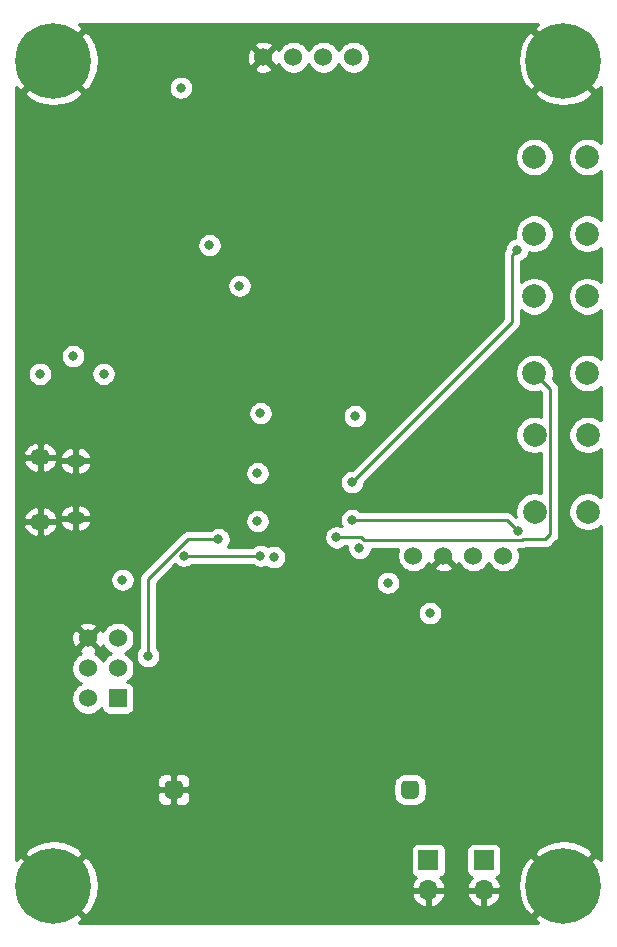
<source format=gbr>
%TF.GenerationSoftware,KiCad,Pcbnew,5.1.8-db9833491~87~ubuntu20.04.1*%
%TF.CreationDate,2020-11-19T17:12:54+01:00*%
%TF.ProjectId,custom-arduino-rtc-temperature-humidity,63757374-6f6d-42d6-9172-6475696e6f2d,rev?*%
%TF.SameCoordinates,Original*%
%TF.FileFunction,Copper,L4,Bot*%
%TF.FilePolarity,Positive*%
%FSLAX46Y46*%
G04 Gerber Fmt 4.6, Leading zero omitted, Abs format (unit mm)*
G04 Created by KiCad (PCBNEW 5.1.8-db9833491~87~ubuntu20.04.1) date 2020-11-19 17:12:54*
%MOMM*%
%LPD*%
G01*
G04 APERTURE LIST*
%TA.AperFunction,ComponentPad*%
%ADD10O,1.700000X1.700000*%
%TD*%
%TA.AperFunction,ComponentPad*%
%ADD11R,1.700000X1.700000*%
%TD*%
%TA.AperFunction,ComponentPad*%
%ADD12C,1.524000*%
%TD*%
%TA.AperFunction,ComponentPad*%
%ADD13C,2.000000*%
%TD*%
%TA.AperFunction,ComponentPad*%
%ADD14R,1.524000X1.524000*%
%TD*%
%TA.AperFunction,ComponentPad*%
%ADD15C,0.800000*%
%TD*%
%TA.AperFunction,ComponentPad*%
%ADD16C,6.400000*%
%TD*%
%TA.AperFunction,ComponentPad*%
%ADD17O,1.700000X1.350000*%
%TD*%
%TA.AperFunction,ComponentPad*%
%ADD18O,1.500000X1.100000*%
%TD*%
%TA.AperFunction,ViaPad*%
%ADD19C,0.800000*%
%TD*%
%TA.AperFunction,Conductor*%
%ADD20C,0.250000*%
%TD*%
%TA.AperFunction,Conductor*%
%ADD21C,0.254000*%
%TD*%
%TA.AperFunction,Conductor*%
%ADD22C,0.100000*%
%TD*%
G04 APERTURE END LIST*
D10*
%TO.P,J7,2*%
%TO.N,GND*%
X139700000Y-94361000D03*
D11*
%TO.P,J7,1*%
%TO.N,+3V3*%
X139700000Y-91821000D03*
%TD*%
D10*
%TO.P,J6,2*%
%TO.N,GND*%
X144399000Y-94361000D03*
D11*
%TO.P,J6,1*%
%TO.N,+5V*%
X144399000Y-91821000D03*
%TD*%
%TO.P,BT2,2*%
%TO.N,GND*%
%TA.AperFunction,ComponentPad*%
G36*
G01*
X118905000Y-85457000D02*
X118905000Y-86219000D01*
G75*
G02*
X118524000Y-86600000I-381000J0D01*
G01*
X117762000Y-86600000D01*
G75*
G02*
X117381000Y-86219000I0J381000D01*
G01*
X117381000Y-85457000D01*
G75*
G02*
X117762000Y-85076000I381000J0D01*
G01*
X118524000Y-85076000D01*
G75*
G02*
X118905000Y-85457000I0J-381000D01*
G01*
G37*
%TD.AperFunction*%
%TO.P,BT2,1*%
%TO.N,VBAT*%
%TA.AperFunction,ComponentPad*%
G36*
G01*
X138905000Y-85457000D02*
X138905000Y-86219000D01*
G75*
G02*
X138524000Y-86600000I-381000J0D01*
G01*
X137762000Y-86600000D01*
G75*
G02*
X137381000Y-86219000I0J381000D01*
G01*
X137381000Y-85457000D01*
G75*
G02*
X137762000Y-85076000I381000J0D01*
G01*
X138524000Y-85076000D01*
G75*
G02*
X138905000Y-85457000I0J-381000D01*
G01*
G37*
%TD.AperFunction*%
%TD*%
D12*
%TO.P,J4,4*%
%TO.N,SDA*%
X133350000Y-23830000D03*
%TO.P,J4,3*%
%TO.N,SCL*%
X130810000Y-23830000D03*
%TO.P,J4,2*%
%TO.N,+5V*%
X128270000Y-23830000D03*
%TO.P,J4,1*%
%TO.N,GND*%
X125730000Y-23830000D03*
%TD*%
%TO.P,J3,1*%
%TO.N,+5V*%
X138430000Y-66040000D03*
%TO.P,J3,4*%
%TO.N,SDA*%
X146050000Y-66040000D03*
%TO.P,J3,3*%
%TO.N,SCL*%
X143510000Y-66040000D03*
%TO.P,J3,2*%
%TO.N,GND*%
X140970000Y-66040000D03*
%TD*%
D13*
%TO.P,SW3,1*%
%TO.N,+5V*%
X153187400Y-62303800D03*
%TO.P,SW3,2*%
%TO.N,BTN_DOWN*%
X148687400Y-62303800D03*
%TO.P,SW3,1*%
%TO.N,+5V*%
X153187400Y-55803800D03*
%TO.P,SW3,2*%
%TO.N,BTN_DOWN*%
X148687400Y-55803800D03*
%TD*%
%TO.P,SW2,1*%
%TO.N,+5V*%
X153162000Y-38783400D03*
%TO.P,SW2,2*%
%TO.N,BTN_UP*%
X148662000Y-38783400D03*
%TO.P,SW2,1*%
%TO.N,+5V*%
X153162000Y-32283400D03*
%TO.P,SW2,2*%
%TO.N,BTN_UP*%
X148662000Y-32283400D03*
%TD*%
%TO.P,SW1,1*%
%TO.N,+5V*%
X153162000Y-50569000D03*
%TO.P,SW1,2*%
%TO.N,BTN_SET*%
X148662000Y-50569000D03*
%TO.P,SW1,1*%
%TO.N,+5V*%
X153162000Y-44069000D03*
%TO.P,SW1,2*%
%TO.N,BTN_SET*%
X148662000Y-44069000D03*
%TD*%
D12*
%TO.P,J1,6*%
%TO.N,GND*%
X110871000Y-73025000D03*
%TO.P,J1,5*%
%TO.N,RESET*%
X113411000Y-73025000D03*
%TO.P,J1,4*%
%TO.N,MOSI*%
X110871000Y-75565000D03*
%TO.P,J1,3*%
%TO.N,SCK*%
X113411000Y-75565000D03*
%TO.P,J1,2*%
%TO.N,+5V*%
X110871000Y-78105000D03*
D14*
%TO.P,J1,1*%
%TO.N,MISO*%
X113411000Y-78105000D03*
%TD*%
D15*
%TO.P,H4,1*%
%TO.N,GND*%
X152827056Y-92282944D03*
X151130000Y-91580000D03*
X149432944Y-92282944D03*
X148730000Y-93980000D03*
X149432944Y-95677056D03*
X151130000Y-96380000D03*
X152827056Y-95677056D03*
X153530000Y-93980000D03*
D16*
X151130000Y-93980000D03*
%TD*%
D17*
%TO.P,J2,6*%
%TO.N,GND*%
X106835000Y-63157000D03*
X106835000Y-57697000D03*
D18*
X109835000Y-62847000D03*
X109835000Y-58007000D03*
%TD*%
D15*
%TO.P,H3,1*%
%TO.N,GND*%
X152827056Y-22432944D03*
X151130000Y-21730000D03*
X149432944Y-22432944D03*
X148730000Y-24130000D03*
X149432944Y-25827056D03*
X151130000Y-26530000D03*
X152827056Y-25827056D03*
X153530000Y-24130000D03*
D16*
X151130000Y-24130000D03*
%TD*%
D15*
%TO.P,H2,1*%
%TO.N,GND*%
X109647056Y-92282944D03*
X107950000Y-91580000D03*
X106252944Y-92282944D03*
X105550000Y-93980000D03*
X106252944Y-95677056D03*
X107950000Y-96380000D03*
X109647056Y-95677056D03*
X110350000Y-93980000D03*
D16*
X107950000Y-93980000D03*
%TD*%
D15*
%TO.P,H1,1*%
%TO.N,GND*%
X109647056Y-22432944D03*
X107950000Y-21730000D03*
X106252944Y-22432944D03*
X105550000Y-24130000D03*
X106252944Y-25827056D03*
X107950000Y-26530000D03*
X109647056Y-25827056D03*
X110350000Y-24130000D03*
D16*
X107950000Y-24130000D03*
%TD*%
D19*
%TO.N,GND*%
X127774700Y-58750200D03*
X128460500Y-66370200D03*
X144780000Y-73533000D03*
X139954000Y-74803000D03*
X129730500Y-50685700D03*
X152908000Y-53213000D03*
X152908000Y-41402000D03*
X152908000Y-29718000D03*
X129184400Y-74358500D03*
X118033800Y-57772300D03*
X118033800Y-61201300D03*
X118033800Y-63271400D03*
X137618349Y-57835800D03*
X126339600Y-73266300D03*
X117068600Y-40817800D03*
X117068600Y-46139100D03*
X118859300Y-46139100D03*
X137922000Y-51689000D03*
X110744000Y-29083000D03*
X122174000Y-26289000D03*
X107061000Y-84963000D03*
%TO.N,RESET*%
X125476000Y-66040000D03*
X118999000Y-66040000D03*
%TO.N,SCK*%
X121920000Y-64643000D03*
X115951000Y-74549000D03*
%TO.N,+5V*%
X133858000Y-65405000D03*
X125222000Y-63119000D03*
X125222000Y-59055000D03*
X113792000Y-68072000D03*
X126619000Y-66167000D03*
X133477000Y-54229000D03*
X139827000Y-70893010D03*
X125476000Y-53975000D03*
X109626400Y-49136300D03*
X106794300Y-50647600D03*
X112204500Y-50647600D03*
X118745000Y-26416000D03*
%TO.N,BTN_SET*%
X131902200Y-64477900D03*
%TO.N,BTN_UP*%
X133235700Y-59817000D03*
X147205700Y-40132000D03*
%TO.N,BTN_DOWN*%
X133248400Y-63030100D03*
X147281900Y-63982600D03*
%TO.N,+3V3*%
X123698000Y-43180000D03*
X121158000Y-39751000D03*
%TO.N,CTS*%
X136271000Y-68326000D03*
%TD*%
D20*
%TO.N,GND*%
X137618349Y-57835800D02*
X137343359Y-57835800D01*
%TO.N,RESET*%
X125476000Y-66040000D02*
X118999000Y-66040000D01*
%TO.N,SCK*%
X115951000Y-68014998D02*
X115951000Y-74549000D01*
X119322998Y-64643000D02*
X115951000Y-68014998D01*
X121920000Y-64643000D02*
X119322998Y-64643000D01*
%TO.N,BTN_SET*%
X131914900Y-64643000D02*
X131864100Y-64693800D01*
X150012401Y-64223899D02*
X149593300Y-64643000D01*
X150012401Y-51919401D02*
X150012401Y-64223899D01*
X148662000Y-50569000D02*
X150012401Y-51919401D01*
X134003902Y-64477900D02*
X131902200Y-64477900D01*
X134233603Y-64707601D02*
X134003902Y-64477900D01*
X147629901Y-64707601D02*
X134233603Y-64707601D01*
X147694502Y-64643000D02*
X147629901Y-64707601D01*
X149593300Y-64643000D02*
X147694502Y-64643000D01*
%TO.N,BTN_UP*%
X133235700Y-59817000D02*
X146775000Y-46277700D01*
X146775000Y-40562700D02*
X147205700Y-40132000D01*
X146775000Y-46277700D02*
X146775000Y-40562700D01*
%TO.N,BTN_DOWN*%
X146329400Y-63030100D02*
X133248400Y-63030100D01*
X147281900Y-63982600D02*
X146329400Y-63030100D01*
%TO.N,CTS*%
X136234001Y-68362999D02*
X136271000Y-68326000D01*
%TD*%
D21*
%TO.N,GND*%
X148608724Y-21429119D02*
X151130000Y-23950395D01*
X151144143Y-23936253D01*
X151323748Y-24115858D01*
X151309605Y-24130000D01*
X153830881Y-26651276D01*
X154280000Y-26320914D01*
X154280000Y-31089161D01*
X154204252Y-31013413D01*
X153936463Y-30834482D01*
X153638912Y-30711232D01*
X153323033Y-30648400D01*
X153000967Y-30648400D01*
X152685088Y-30711232D01*
X152387537Y-30834482D01*
X152119748Y-31013413D01*
X151892013Y-31241148D01*
X151713082Y-31508937D01*
X151589832Y-31806488D01*
X151527000Y-32122367D01*
X151527000Y-32444433D01*
X151589832Y-32760312D01*
X151713082Y-33057863D01*
X151892013Y-33325652D01*
X152119748Y-33553387D01*
X152387537Y-33732318D01*
X152685088Y-33855568D01*
X153000967Y-33918400D01*
X153323033Y-33918400D01*
X153638912Y-33855568D01*
X153936463Y-33732318D01*
X154204252Y-33553387D01*
X154280000Y-33477639D01*
X154280000Y-37589161D01*
X154204252Y-37513413D01*
X153936463Y-37334482D01*
X153638912Y-37211232D01*
X153323033Y-37148400D01*
X153000967Y-37148400D01*
X152685088Y-37211232D01*
X152387537Y-37334482D01*
X152119748Y-37513413D01*
X151892013Y-37741148D01*
X151713082Y-38008937D01*
X151589832Y-38306488D01*
X151527000Y-38622367D01*
X151527000Y-38944433D01*
X151589832Y-39260312D01*
X151713082Y-39557863D01*
X151892013Y-39825652D01*
X152119748Y-40053387D01*
X152387537Y-40232318D01*
X152685088Y-40355568D01*
X153000967Y-40418400D01*
X153323033Y-40418400D01*
X153638912Y-40355568D01*
X153936463Y-40232318D01*
X154204252Y-40053387D01*
X154280000Y-39977639D01*
X154280000Y-42874761D01*
X154204252Y-42799013D01*
X153936463Y-42620082D01*
X153638912Y-42496832D01*
X153323033Y-42434000D01*
X153000967Y-42434000D01*
X152685088Y-42496832D01*
X152387537Y-42620082D01*
X152119748Y-42799013D01*
X151892013Y-43026748D01*
X151713082Y-43294537D01*
X151589832Y-43592088D01*
X151527000Y-43907967D01*
X151527000Y-44230033D01*
X151589832Y-44545912D01*
X151713082Y-44843463D01*
X151892013Y-45111252D01*
X152119748Y-45338987D01*
X152387537Y-45517918D01*
X152685088Y-45641168D01*
X153000967Y-45704000D01*
X153323033Y-45704000D01*
X153638912Y-45641168D01*
X153936463Y-45517918D01*
X154204252Y-45338987D01*
X154280000Y-45263239D01*
X154280000Y-49374761D01*
X154204252Y-49299013D01*
X153936463Y-49120082D01*
X153638912Y-48996832D01*
X153323033Y-48934000D01*
X153000967Y-48934000D01*
X152685088Y-48996832D01*
X152387537Y-49120082D01*
X152119748Y-49299013D01*
X151892013Y-49526748D01*
X151713082Y-49794537D01*
X151589832Y-50092088D01*
X151527000Y-50407967D01*
X151527000Y-50730033D01*
X151589832Y-51045912D01*
X151713082Y-51343463D01*
X151892013Y-51611252D01*
X152119748Y-51838987D01*
X152387537Y-52017918D01*
X152685088Y-52141168D01*
X153000967Y-52204000D01*
X153323033Y-52204000D01*
X153638912Y-52141168D01*
X153936463Y-52017918D01*
X154204252Y-51838987D01*
X154280000Y-51763239D01*
X154280000Y-54584161D01*
X154229652Y-54533813D01*
X153961863Y-54354882D01*
X153664312Y-54231632D01*
X153348433Y-54168800D01*
X153026367Y-54168800D01*
X152710488Y-54231632D01*
X152412937Y-54354882D01*
X152145148Y-54533813D01*
X151917413Y-54761548D01*
X151738482Y-55029337D01*
X151615232Y-55326888D01*
X151552400Y-55642767D01*
X151552400Y-55964833D01*
X151615232Y-56280712D01*
X151738482Y-56578263D01*
X151917413Y-56846052D01*
X152145148Y-57073787D01*
X152412937Y-57252718D01*
X152710488Y-57375968D01*
X153026367Y-57438800D01*
X153348433Y-57438800D01*
X153664312Y-57375968D01*
X153961863Y-57252718D01*
X154229652Y-57073787D01*
X154280000Y-57023439D01*
X154280001Y-61084162D01*
X154229652Y-61033813D01*
X153961863Y-60854882D01*
X153664312Y-60731632D01*
X153348433Y-60668800D01*
X153026367Y-60668800D01*
X152710488Y-60731632D01*
X152412937Y-60854882D01*
X152145148Y-61033813D01*
X151917413Y-61261548D01*
X151738482Y-61529337D01*
X151615232Y-61826888D01*
X151552400Y-62142767D01*
X151552400Y-62464833D01*
X151615232Y-62780712D01*
X151738482Y-63078263D01*
X151917413Y-63346052D01*
X152145148Y-63573787D01*
X152412937Y-63752718D01*
X152710488Y-63875968D01*
X153026367Y-63938800D01*
X153348433Y-63938800D01*
X153664312Y-63875968D01*
X153961863Y-63752718D01*
X154229652Y-63573787D01*
X154280001Y-63523438D01*
X154280001Y-91789087D01*
X153830881Y-91458724D01*
X151309605Y-93980000D01*
X151323748Y-93994143D01*
X151144143Y-94173748D01*
X151130000Y-94159605D01*
X148608724Y-96680881D01*
X148939086Y-97130000D01*
X110140914Y-97130000D01*
X110471276Y-96680881D01*
X107950000Y-94159605D01*
X107935858Y-94173748D01*
X107756253Y-93994143D01*
X107770395Y-93980000D01*
X108129605Y-93980000D01*
X110650881Y-96501276D01*
X111140548Y-96141088D01*
X111500849Y-95477118D01*
X111724694Y-94755615D01*
X111728650Y-94717890D01*
X138258524Y-94717890D01*
X138303175Y-94865099D01*
X138428359Y-95127920D01*
X138602412Y-95361269D01*
X138818645Y-95556178D01*
X139068748Y-95705157D01*
X139343109Y-95802481D01*
X139573000Y-95681814D01*
X139573000Y-94488000D01*
X139827000Y-94488000D01*
X139827000Y-95681814D01*
X140056891Y-95802481D01*
X140331252Y-95705157D01*
X140581355Y-95556178D01*
X140797588Y-95361269D01*
X140971641Y-95127920D01*
X141096825Y-94865099D01*
X141141476Y-94717890D01*
X142957524Y-94717890D01*
X143002175Y-94865099D01*
X143127359Y-95127920D01*
X143301412Y-95361269D01*
X143517645Y-95556178D01*
X143767748Y-95705157D01*
X144042109Y-95802481D01*
X144272000Y-95681814D01*
X144272000Y-94488000D01*
X144526000Y-94488000D01*
X144526000Y-95681814D01*
X144755891Y-95802481D01*
X145030252Y-95705157D01*
X145280355Y-95556178D01*
X145496588Y-95361269D01*
X145670641Y-95127920D01*
X145795825Y-94865099D01*
X145840476Y-94717890D01*
X145719155Y-94488000D01*
X144526000Y-94488000D01*
X144272000Y-94488000D01*
X143078845Y-94488000D01*
X142957524Y-94717890D01*
X141141476Y-94717890D01*
X141020155Y-94488000D01*
X139827000Y-94488000D01*
X139573000Y-94488000D01*
X138379845Y-94488000D01*
X138258524Y-94717890D01*
X111728650Y-94717890D01*
X111803480Y-94004305D01*
X111734178Y-93252062D01*
X111519452Y-92527792D01*
X111167555Y-91859330D01*
X111140548Y-91818912D01*
X110650881Y-91458724D01*
X108129605Y-93980000D01*
X107770395Y-93980000D01*
X105249119Y-91458724D01*
X104800000Y-91789086D01*
X104800000Y-91279119D01*
X105428724Y-91279119D01*
X107950000Y-93800395D01*
X110471276Y-91279119D01*
X110244631Y-90971000D01*
X138211928Y-90971000D01*
X138211928Y-92671000D01*
X138224188Y-92795482D01*
X138260498Y-92915180D01*
X138319463Y-93025494D01*
X138398815Y-93122185D01*
X138495506Y-93201537D01*
X138605820Y-93260502D01*
X138686466Y-93284966D01*
X138602412Y-93360731D01*
X138428359Y-93594080D01*
X138303175Y-93856901D01*
X138258524Y-94004110D01*
X138379845Y-94234000D01*
X139573000Y-94234000D01*
X139573000Y-94214000D01*
X139827000Y-94214000D01*
X139827000Y-94234000D01*
X141020155Y-94234000D01*
X141141476Y-94004110D01*
X141096825Y-93856901D01*
X140971641Y-93594080D01*
X140797588Y-93360731D01*
X140713534Y-93284966D01*
X140794180Y-93260502D01*
X140904494Y-93201537D01*
X141001185Y-93122185D01*
X141080537Y-93025494D01*
X141139502Y-92915180D01*
X141175812Y-92795482D01*
X141188072Y-92671000D01*
X141188072Y-90971000D01*
X142910928Y-90971000D01*
X142910928Y-92671000D01*
X142923188Y-92795482D01*
X142959498Y-92915180D01*
X143018463Y-93025494D01*
X143097815Y-93122185D01*
X143194506Y-93201537D01*
X143304820Y-93260502D01*
X143385466Y-93284966D01*
X143301412Y-93360731D01*
X143127359Y-93594080D01*
X143002175Y-93856901D01*
X142957524Y-94004110D01*
X143078845Y-94234000D01*
X144272000Y-94234000D01*
X144272000Y-94214000D01*
X144526000Y-94214000D01*
X144526000Y-94234000D01*
X145719155Y-94234000D01*
X145840476Y-94004110D01*
X145825791Y-93955695D01*
X147276520Y-93955695D01*
X147345822Y-94707938D01*
X147560548Y-95432208D01*
X147912445Y-96100670D01*
X147939452Y-96141088D01*
X148429119Y-96501276D01*
X150950395Y-93980000D01*
X148429119Y-91458724D01*
X147939452Y-91818912D01*
X147579151Y-92482882D01*
X147355306Y-93204385D01*
X147276520Y-93955695D01*
X145825791Y-93955695D01*
X145795825Y-93856901D01*
X145670641Y-93594080D01*
X145496588Y-93360731D01*
X145412534Y-93284966D01*
X145493180Y-93260502D01*
X145603494Y-93201537D01*
X145700185Y-93122185D01*
X145779537Y-93025494D01*
X145838502Y-92915180D01*
X145874812Y-92795482D01*
X145887072Y-92671000D01*
X145887072Y-91279119D01*
X148608724Y-91279119D01*
X151130000Y-93800395D01*
X153651276Y-91279119D01*
X153291088Y-90789452D01*
X152627118Y-90429151D01*
X151905615Y-90205306D01*
X151154305Y-90126520D01*
X150402062Y-90195822D01*
X149677792Y-90410548D01*
X149009330Y-90762445D01*
X148968912Y-90789452D01*
X148608724Y-91279119D01*
X145887072Y-91279119D01*
X145887072Y-90971000D01*
X145874812Y-90846518D01*
X145838502Y-90726820D01*
X145779537Y-90616506D01*
X145700185Y-90519815D01*
X145603494Y-90440463D01*
X145493180Y-90381498D01*
X145373482Y-90345188D01*
X145249000Y-90332928D01*
X143549000Y-90332928D01*
X143424518Y-90345188D01*
X143304820Y-90381498D01*
X143194506Y-90440463D01*
X143097815Y-90519815D01*
X143018463Y-90616506D01*
X142959498Y-90726820D01*
X142923188Y-90846518D01*
X142910928Y-90971000D01*
X141188072Y-90971000D01*
X141175812Y-90846518D01*
X141139502Y-90726820D01*
X141080537Y-90616506D01*
X141001185Y-90519815D01*
X140904494Y-90440463D01*
X140794180Y-90381498D01*
X140674482Y-90345188D01*
X140550000Y-90332928D01*
X138850000Y-90332928D01*
X138725518Y-90345188D01*
X138605820Y-90381498D01*
X138495506Y-90440463D01*
X138398815Y-90519815D01*
X138319463Y-90616506D01*
X138260498Y-90726820D01*
X138224188Y-90846518D01*
X138211928Y-90971000D01*
X110244631Y-90971000D01*
X110111088Y-90789452D01*
X109447118Y-90429151D01*
X108725615Y-90205306D01*
X107974305Y-90126520D01*
X107222062Y-90195822D01*
X106497792Y-90410548D01*
X105829330Y-90762445D01*
X105788912Y-90789452D01*
X105428724Y-91279119D01*
X104800000Y-91279119D01*
X104800000Y-86600000D01*
X116742928Y-86600000D01*
X116755188Y-86724482D01*
X116791498Y-86844180D01*
X116850463Y-86954494D01*
X116929815Y-87051185D01*
X117026506Y-87130537D01*
X117136820Y-87189502D01*
X117256518Y-87225812D01*
X117381000Y-87238072D01*
X117857250Y-87235000D01*
X118016000Y-87076250D01*
X118016000Y-85965000D01*
X118270000Y-85965000D01*
X118270000Y-87076250D01*
X118428750Y-87235000D01*
X118905000Y-87238072D01*
X119029482Y-87225812D01*
X119149180Y-87189502D01*
X119259494Y-87130537D01*
X119356185Y-87051185D01*
X119435537Y-86954494D01*
X119494502Y-86844180D01*
X119530812Y-86724482D01*
X119543072Y-86600000D01*
X119540000Y-86123750D01*
X119381250Y-85965000D01*
X118270000Y-85965000D01*
X118016000Y-85965000D01*
X116904750Y-85965000D01*
X116746000Y-86123750D01*
X116742928Y-86600000D01*
X104800000Y-86600000D01*
X104800000Y-85076000D01*
X116742928Y-85076000D01*
X116746000Y-85552250D01*
X116904750Y-85711000D01*
X118016000Y-85711000D01*
X118016000Y-84599750D01*
X118270000Y-84599750D01*
X118270000Y-85711000D01*
X119381250Y-85711000D01*
X119540000Y-85552250D01*
X119540614Y-85457000D01*
X136742928Y-85457000D01*
X136742928Y-86219000D01*
X136762509Y-86417811D01*
X136820500Y-86608982D01*
X136914673Y-86785166D01*
X137041407Y-86939593D01*
X137195834Y-87066327D01*
X137372018Y-87160500D01*
X137563189Y-87218491D01*
X137762000Y-87238072D01*
X138524000Y-87238072D01*
X138722811Y-87218491D01*
X138913982Y-87160500D01*
X139090166Y-87066327D01*
X139244593Y-86939593D01*
X139371327Y-86785166D01*
X139465500Y-86608982D01*
X139523491Y-86417811D01*
X139543072Y-86219000D01*
X139543072Y-85457000D01*
X139523491Y-85258189D01*
X139465500Y-85067018D01*
X139371327Y-84890834D01*
X139244593Y-84736407D01*
X139090166Y-84609673D01*
X138913982Y-84515500D01*
X138722811Y-84457509D01*
X138524000Y-84437928D01*
X137762000Y-84437928D01*
X137563189Y-84457509D01*
X137372018Y-84515500D01*
X137195834Y-84609673D01*
X137041407Y-84736407D01*
X136914673Y-84890834D01*
X136820500Y-85067018D01*
X136762509Y-85258189D01*
X136742928Y-85457000D01*
X119540614Y-85457000D01*
X119543072Y-85076000D01*
X119530812Y-84951518D01*
X119494502Y-84831820D01*
X119435537Y-84721506D01*
X119356185Y-84624815D01*
X119259494Y-84545463D01*
X119149180Y-84486498D01*
X119029482Y-84450188D01*
X118905000Y-84437928D01*
X118428750Y-84441000D01*
X118270000Y-84599750D01*
X118016000Y-84599750D01*
X117857250Y-84441000D01*
X117381000Y-84437928D01*
X117256518Y-84450188D01*
X117136820Y-84486498D01*
X117026506Y-84545463D01*
X116929815Y-84624815D01*
X116850463Y-84721506D01*
X116791498Y-84831820D01*
X116755188Y-84951518D01*
X116742928Y-85076000D01*
X104800000Y-85076000D01*
X104800000Y-75427408D01*
X109474000Y-75427408D01*
X109474000Y-75702592D01*
X109527686Y-75972490D01*
X109632995Y-76226727D01*
X109785880Y-76455535D01*
X109980465Y-76650120D01*
X110209273Y-76803005D01*
X110286515Y-76835000D01*
X110209273Y-76866995D01*
X109980465Y-77019880D01*
X109785880Y-77214465D01*
X109632995Y-77443273D01*
X109527686Y-77697510D01*
X109474000Y-77967408D01*
X109474000Y-78242592D01*
X109527686Y-78512490D01*
X109632995Y-78766727D01*
X109785880Y-78995535D01*
X109980465Y-79190120D01*
X110209273Y-79343005D01*
X110463510Y-79448314D01*
X110733408Y-79502000D01*
X111008592Y-79502000D01*
X111278490Y-79448314D01*
X111532727Y-79343005D01*
X111761535Y-79190120D01*
X111956120Y-78995535D01*
X112014920Y-78907535D01*
X112023188Y-78991482D01*
X112059498Y-79111180D01*
X112118463Y-79221494D01*
X112197815Y-79318185D01*
X112294506Y-79397537D01*
X112404820Y-79456502D01*
X112524518Y-79492812D01*
X112649000Y-79505072D01*
X114173000Y-79505072D01*
X114297482Y-79492812D01*
X114417180Y-79456502D01*
X114527494Y-79397537D01*
X114624185Y-79318185D01*
X114703537Y-79221494D01*
X114762502Y-79111180D01*
X114798812Y-78991482D01*
X114811072Y-78867000D01*
X114811072Y-77343000D01*
X114798812Y-77218518D01*
X114762502Y-77098820D01*
X114703537Y-76988506D01*
X114624185Y-76891815D01*
X114527494Y-76812463D01*
X114417180Y-76753498D01*
X114297482Y-76717188D01*
X114213535Y-76708920D01*
X114301535Y-76650120D01*
X114496120Y-76455535D01*
X114649005Y-76226727D01*
X114754314Y-75972490D01*
X114808000Y-75702592D01*
X114808000Y-75427408D01*
X114754314Y-75157510D01*
X114649005Y-74903273D01*
X114496120Y-74674465D01*
X114301535Y-74479880D01*
X114252419Y-74447061D01*
X114916000Y-74447061D01*
X114916000Y-74650939D01*
X114955774Y-74850898D01*
X115033795Y-75039256D01*
X115147063Y-75208774D01*
X115291226Y-75352937D01*
X115460744Y-75466205D01*
X115649102Y-75544226D01*
X115849061Y-75584000D01*
X116052939Y-75584000D01*
X116252898Y-75544226D01*
X116441256Y-75466205D01*
X116610774Y-75352937D01*
X116754937Y-75208774D01*
X116868205Y-75039256D01*
X116946226Y-74850898D01*
X116986000Y-74650939D01*
X116986000Y-74447061D01*
X116946226Y-74247102D01*
X116868205Y-74058744D01*
X116754937Y-73889226D01*
X116711000Y-73845289D01*
X116711000Y-70791071D01*
X138792000Y-70791071D01*
X138792000Y-70994949D01*
X138831774Y-71194908D01*
X138909795Y-71383266D01*
X139023063Y-71552784D01*
X139167226Y-71696947D01*
X139336744Y-71810215D01*
X139525102Y-71888236D01*
X139725061Y-71928010D01*
X139928939Y-71928010D01*
X140128898Y-71888236D01*
X140317256Y-71810215D01*
X140486774Y-71696947D01*
X140630937Y-71552784D01*
X140744205Y-71383266D01*
X140822226Y-71194908D01*
X140862000Y-70994949D01*
X140862000Y-70791071D01*
X140822226Y-70591112D01*
X140744205Y-70402754D01*
X140630937Y-70233236D01*
X140486774Y-70089073D01*
X140317256Y-69975805D01*
X140128898Y-69897784D01*
X139928939Y-69858010D01*
X139725061Y-69858010D01*
X139525102Y-69897784D01*
X139336744Y-69975805D01*
X139167226Y-70089073D01*
X139023063Y-70233236D01*
X138909795Y-70402754D01*
X138831774Y-70591112D01*
X138792000Y-70791071D01*
X116711000Y-70791071D01*
X116711000Y-68329799D01*
X116816738Y-68224061D01*
X135236000Y-68224061D01*
X135236000Y-68427939D01*
X135275774Y-68627898D01*
X135353795Y-68816256D01*
X135467063Y-68985774D01*
X135611226Y-69129937D01*
X135780744Y-69243205D01*
X135969102Y-69321226D01*
X136169061Y-69361000D01*
X136372939Y-69361000D01*
X136572898Y-69321226D01*
X136761256Y-69243205D01*
X136930774Y-69129937D01*
X137074937Y-68985774D01*
X137188205Y-68816256D01*
X137266226Y-68627898D01*
X137306000Y-68427939D01*
X137306000Y-68224061D01*
X137266226Y-68024102D01*
X137188205Y-67835744D01*
X137074937Y-67666226D01*
X136930774Y-67522063D01*
X136761256Y-67408795D01*
X136572898Y-67330774D01*
X136372939Y-67291000D01*
X136169061Y-67291000D01*
X135969102Y-67330774D01*
X135780744Y-67408795D01*
X135611226Y-67522063D01*
X135467063Y-67666226D01*
X135353795Y-67835744D01*
X135275774Y-68024102D01*
X135236000Y-68224061D01*
X116816738Y-68224061D01*
X118268044Y-66772755D01*
X118339226Y-66843937D01*
X118508744Y-66957205D01*
X118697102Y-67035226D01*
X118897061Y-67075000D01*
X119100939Y-67075000D01*
X119300898Y-67035226D01*
X119489256Y-66957205D01*
X119658774Y-66843937D01*
X119702711Y-66800000D01*
X124772289Y-66800000D01*
X124816226Y-66843937D01*
X124985744Y-66957205D01*
X125174102Y-67035226D01*
X125374061Y-67075000D01*
X125577939Y-67075000D01*
X125777898Y-67035226D01*
X125951575Y-66963286D01*
X125959226Y-66970937D01*
X126128744Y-67084205D01*
X126317102Y-67162226D01*
X126517061Y-67202000D01*
X126720939Y-67202000D01*
X126920898Y-67162226D01*
X127109256Y-67084205D01*
X127278774Y-66970937D01*
X127422937Y-66826774D01*
X127536205Y-66657256D01*
X127614226Y-66468898D01*
X127654000Y-66268939D01*
X127654000Y-66065061D01*
X127614226Y-65865102D01*
X127536205Y-65676744D01*
X127422937Y-65507226D01*
X127278774Y-65363063D01*
X127109256Y-65249795D01*
X126920898Y-65171774D01*
X126720939Y-65132000D01*
X126517061Y-65132000D01*
X126317102Y-65171774D01*
X126143425Y-65243714D01*
X126135774Y-65236063D01*
X125966256Y-65122795D01*
X125777898Y-65044774D01*
X125577939Y-65005000D01*
X125374061Y-65005000D01*
X125174102Y-65044774D01*
X124985744Y-65122795D01*
X124816226Y-65236063D01*
X124772289Y-65280000D01*
X122739154Y-65280000D01*
X122837205Y-65133256D01*
X122915226Y-64944898D01*
X122955000Y-64744939D01*
X122955000Y-64541061D01*
X122922160Y-64375961D01*
X130867200Y-64375961D01*
X130867200Y-64579839D01*
X130906974Y-64779798D01*
X130984995Y-64968156D01*
X131098263Y-65137674D01*
X131242426Y-65281837D01*
X131411944Y-65395105D01*
X131600302Y-65473126D01*
X131800261Y-65512900D01*
X132004139Y-65512900D01*
X132204098Y-65473126D01*
X132392456Y-65395105D01*
X132561974Y-65281837D01*
X132605911Y-65237900D01*
X132835961Y-65237900D01*
X132823000Y-65303061D01*
X132823000Y-65506939D01*
X132862774Y-65706898D01*
X132940795Y-65895256D01*
X133054063Y-66064774D01*
X133198226Y-66208937D01*
X133367744Y-66322205D01*
X133556102Y-66400226D01*
X133756061Y-66440000D01*
X133959939Y-66440000D01*
X134159898Y-66400226D01*
X134348256Y-66322205D01*
X134517774Y-66208937D01*
X134661937Y-66064774D01*
X134775205Y-65895256D01*
X134853226Y-65706898D01*
X134893000Y-65506939D01*
X134893000Y-65467601D01*
X137154994Y-65467601D01*
X137086686Y-65632510D01*
X137033000Y-65902408D01*
X137033000Y-66177592D01*
X137086686Y-66447490D01*
X137191995Y-66701727D01*
X137344880Y-66930535D01*
X137539465Y-67125120D01*
X137768273Y-67278005D01*
X138022510Y-67383314D01*
X138292408Y-67437000D01*
X138567592Y-67437000D01*
X138837490Y-67383314D01*
X139091727Y-67278005D01*
X139320535Y-67125120D01*
X139440090Y-67005565D01*
X140184040Y-67005565D01*
X140251020Y-67245656D01*
X140500048Y-67362756D01*
X140767135Y-67429023D01*
X141042017Y-67441910D01*
X141314133Y-67400922D01*
X141573023Y-67307636D01*
X141688980Y-67245656D01*
X141755960Y-67005565D01*
X140970000Y-66219605D01*
X140184040Y-67005565D01*
X139440090Y-67005565D01*
X139515120Y-66930535D01*
X139668005Y-66701727D01*
X139697692Y-66630057D01*
X139702364Y-66643023D01*
X139764344Y-66758980D01*
X140004435Y-66825960D01*
X140790395Y-66040000D01*
X140776253Y-66025858D01*
X140955858Y-65846253D01*
X140970000Y-65860395D01*
X140984143Y-65846253D01*
X141163748Y-66025858D01*
X141149605Y-66040000D01*
X141935565Y-66825960D01*
X142175656Y-66758980D01*
X142239485Y-66623240D01*
X142271995Y-66701727D01*
X142424880Y-66930535D01*
X142619465Y-67125120D01*
X142848273Y-67278005D01*
X143102510Y-67383314D01*
X143372408Y-67437000D01*
X143647592Y-67437000D01*
X143917490Y-67383314D01*
X144171727Y-67278005D01*
X144400535Y-67125120D01*
X144595120Y-66930535D01*
X144748005Y-66701727D01*
X144780000Y-66624485D01*
X144811995Y-66701727D01*
X144964880Y-66930535D01*
X145159465Y-67125120D01*
X145388273Y-67278005D01*
X145642510Y-67383314D01*
X145912408Y-67437000D01*
X146187592Y-67437000D01*
X146457490Y-67383314D01*
X146711727Y-67278005D01*
X146940535Y-67125120D01*
X147135120Y-66930535D01*
X147288005Y-66701727D01*
X147393314Y-66447490D01*
X147447000Y-66177592D01*
X147447000Y-65902408D01*
X147393314Y-65632510D01*
X147325006Y-65467601D01*
X147592579Y-65467601D01*
X147629901Y-65471277D01*
X147667223Y-65467601D01*
X147667234Y-65467601D01*
X147778887Y-65456604D01*
X147922148Y-65413147D01*
X147941131Y-65403000D01*
X149555978Y-65403000D01*
X149593300Y-65406676D01*
X149630622Y-65403000D01*
X149630633Y-65403000D01*
X149742286Y-65392003D01*
X149885547Y-65348546D01*
X150017576Y-65277974D01*
X150133301Y-65183001D01*
X150157104Y-65153997D01*
X150523398Y-64787703D01*
X150552402Y-64763900D01*
X150647375Y-64648175D01*
X150717947Y-64516146D01*
X150761404Y-64372885D01*
X150772401Y-64261232D01*
X150772401Y-64261223D01*
X150776077Y-64223900D01*
X150772401Y-64186577D01*
X150772401Y-51956723D01*
X150776077Y-51919400D01*
X150772401Y-51882077D01*
X150772401Y-51882068D01*
X150761404Y-51770415D01*
X150717947Y-51627154D01*
X150647375Y-51495125D01*
X150634212Y-51479086D01*
X150576200Y-51408397D01*
X150576196Y-51408393D01*
X150552402Y-51379400D01*
X150523410Y-51355607D01*
X150228177Y-51060375D01*
X150234168Y-51045912D01*
X150297000Y-50730033D01*
X150297000Y-50407967D01*
X150234168Y-50092088D01*
X150110918Y-49794537D01*
X149931987Y-49526748D01*
X149704252Y-49299013D01*
X149436463Y-49120082D01*
X149138912Y-48996832D01*
X148823033Y-48934000D01*
X148500967Y-48934000D01*
X148185088Y-48996832D01*
X147887537Y-49120082D01*
X147619748Y-49299013D01*
X147392013Y-49526748D01*
X147213082Y-49794537D01*
X147089832Y-50092088D01*
X147027000Y-50407967D01*
X147027000Y-50730033D01*
X147089832Y-51045912D01*
X147213082Y-51343463D01*
X147392013Y-51611252D01*
X147619748Y-51838987D01*
X147887537Y-52017918D01*
X148185088Y-52141168D01*
X148500967Y-52204000D01*
X148823033Y-52204000D01*
X149138912Y-52141168D01*
X149153375Y-52135177D01*
X149252401Y-52234204D01*
X149252401Y-54268120D01*
X149164312Y-54231632D01*
X148848433Y-54168800D01*
X148526367Y-54168800D01*
X148210488Y-54231632D01*
X147912937Y-54354882D01*
X147645148Y-54533813D01*
X147417413Y-54761548D01*
X147238482Y-55029337D01*
X147115232Y-55326888D01*
X147052400Y-55642767D01*
X147052400Y-55964833D01*
X147115232Y-56280712D01*
X147238482Y-56578263D01*
X147417413Y-56846052D01*
X147645148Y-57073787D01*
X147912937Y-57252718D01*
X148210488Y-57375968D01*
X148526367Y-57438800D01*
X148848433Y-57438800D01*
X149164312Y-57375968D01*
X149252401Y-57339480D01*
X149252402Y-60768120D01*
X149164312Y-60731632D01*
X148848433Y-60668800D01*
X148526367Y-60668800D01*
X148210488Y-60731632D01*
X147912937Y-60854882D01*
X147645148Y-61033813D01*
X147417413Y-61261548D01*
X147238482Y-61529337D01*
X147115232Y-61826888D01*
X147052400Y-62142767D01*
X147052400Y-62464833D01*
X147105404Y-62731302D01*
X146893203Y-62519102D01*
X146869401Y-62490099D01*
X146753676Y-62395126D01*
X146621647Y-62324554D01*
X146478386Y-62281097D01*
X146366733Y-62270100D01*
X146366722Y-62270100D01*
X146329400Y-62266424D01*
X146292078Y-62270100D01*
X133952111Y-62270100D01*
X133908174Y-62226163D01*
X133738656Y-62112895D01*
X133550298Y-62034874D01*
X133350339Y-61995100D01*
X133146461Y-61995100D01*
X132946502Y-62034874D01*
X132758144Y-62112895D01*
X132588626Y-62226163D01*
X132444463Y-62370326D01*
X132331195Y-62539844D01*
X132253174Y-62728202D01*
X132213400Y-62928161D01*
X132213400Y-63132039D01*
X132253174Y-63331998D01*
X132331195Y-63520356D01*
X132345020Y-63541046D01*
X132204098Y-63482674D01*
X132004139Y-63442900D01*
X131800261Y-63442900D01*
X131600302Y-63482674D01*
X131411944Y-63560695D01*
X131242426Y-63673963D01*
X131098263Y-63818126D01*
X130984995Y-63987644D01*
X130906974Y-64176002D01*
X130867200Y-64375961D01*
X122922160Y-64375961D01*
X122915226Y-64341102D01*
X122837205Y-64152744D01*
X122723937Y-63983226D01*
X122579774Y-63839063D01*
X122410256Y-63725795D01*
X122221898Y-63647774D01*
X122021939Y-63608000D01*
X121818061Y-63608000D01*
X121618102Y-63647774D01*
X121429744Y-63725795D01*
X121260226Y-63839063D01*
X121216289Y-63883000D01*
X119360320Y-63883000D01*
X119322997Y-63879324D01*
X119285674Y-63883000D01*
X119285665Y-63883000D01*
X119174012Y-63893997D01*
X119030751Y-63937454D01*
X118898722Y-64008026D01*
X118782997Y-64102999D01*
X118759199Y-64131997D01*
X115440003Y-67451194D01*
X115410999Y-67474997D01*
X115355871Y-67542172D01*
X115316026Y-67590722D01*
X115245455Y-67722751D01*
X115245454Y-67722752D01*
X115201997Y-67866013D01*
X115191000Y-67977666D01*
X115191000Y-67977676D01*
X115187324Y-68014998D01*
X115191000Y-68052321D01*
X115191001Y-73845288D01*
X115147063Y-73889226D01*
X115033795Y-74058744D01*
X114955774Y-74247102D01*
X114916000Y-74447061D01*
X114252419Y-74447061D01*
X114072727Y-74326995D01*
X113995485Y-74295000D01*
X114072727Y-74263005D01*
X114301535Y-74110120D01*
X114496120Y-73915535D01*
X114649005Y-73686727D01*
X114754314Y-73432490D01*
X114808000Y-73162592D01*
X114808000Y-72887408D01*
X114754314Y-72617510D01*
X114649005Y-72363273D01*
X114496120Y-72134465D01*
X114301535Y-71939880D01*
X114072727Y-71786995D01*
X113818490Y-71681686D01*
X113548592Y-71628000D01*
X113273408Y-71628000D01*
X113003510Y-71681686D01*
X112749273Y-71786995D01*
X112520465Y-71939880D01*
X112325880Y-72134465D01*
X112172995Y-72363273D01*
X112143308Y-72434943D01*
X112138636Y-72421977D01*
X112076656Y-72306020D01*
X111836565Y-72239040D01*
X111050605Y-73025000D01*
X111836565Y-73810960D01*
X112076656Y-73743980D01*
X112140485Y-73608240D01*
X112172995Y-73686727D01*
X112325880Y-73915535D01*
X112520465Y-74110120D01*
X112749273Y-74263005D01*
X112826515Y-74295000D01*
X112749273Y-74326995D01*
X112520465Y-74479880D01*
X112325880Y-74674465D01*
X112172995Y-74903273D01*
X112141000Y-74980515D01*
X112109005Y-74903273D01*
X111956120Y-74674465D01*
X111761535Y-74479880D01*
X111532727Y-74326995D01*
X111461057Y-74297308D01*
X111474023Y-74292636D01*
X111589980Y-74230656D01*
X111656960Y-73990565D01*
X110871000Y-73204605D01*
X110085040Y-73990565D01*
X110152020Y-74230656D01*
X110287760Y-74294485D01*
X110209273Y-74326995D01*
X109980465Y-74479880D01*
X109785880Y-74674465D01*
X109632995Y-74903273D01*
X109527686Y-75157510D01*
X109474000Y-75427408D01*
X104800000Y-75427408D01*
X104800000Y-73097017D01*
X109469090Y-73097017D01*
X109510078Y-73369133D01*
X109603364Y-73628023D01*
X109665344Y-73743980D01*
X109905435Y-73810960D01*
X110691395Y-73025000D01*
X109905435Y-72239040D01*
X109665344Y-72306020D01*
X109548244Y-72555048D01*
X109481977Y-72822135D01*
X109469090Y-73097017D01*
X104800000Y-73097017D01*
X104800000Y-72059435D01*
X110085040Y-72059435D01*
X110871000Y-72845395D01*
X111656960Y-72059435D01*
X111589980Y-71819344D01*
X111340952Y-71702244D01*
X111073865Y-71635977D01*
X110798983Y-71623090D01*
X110526867Y-71664078D01*
X110267977Y-71757364D01*
X110152020Y-71819344D01*
X110085040Y-72059435D01*
X104800000Y-72059435D01*
X104800000Y-67970061D01*
X112757000Y-67970061D01*
X112757000Y-68173939D01*
X112796774Y-68373898D01*
X112874795Y-68562256D01*
X112988063Y-68731774D01*
X113132226Y-68875937D01*
X113301744Y-68989205D01*
X113490102Y-69067226D01*
X113690061Y-69107000D01*
X113893939Y-69107000D01*
X114093898Y-69067226D01*
X114282256Y-68989205D01*
X114451774Y-68875937D01*
X114595937Y-68731774D01*
X114709205Y-68562256D01*
X114787226Y-68373898D01*
X114827000Y-68173939D01*
X114827000Y-67970061D01*
X114787226Y-67770102D01*
X114709205Y-67581744D01*
X114595937Y-67412226D01*
X114451774Y-67268063D01*
X114282256Y-67154795D01*
X114093898Y-67076774D01*
X113893939Y-67037000D01*
X113690061Y-67037000D01*
X113490102Y-67076774D01*
X113301744Y-67154795D01*
X113132226Y-67268063D01*
X112988063Y-67412226D01*
X112874795Y-67581744D01*
X112796774Y-67770102D01*
X112757000Y-67970061D01*
X104800000Y-67970061D01*
X104800000Y-63486400D01*
X105392090Y-63486400D01*
X105395143Y-63510029D01*
X105488319Y-63750007D01*
X105626522Y-63967196D01*
X105804441Y-64153250D01*
X106015239Y-64301019D01*
X106250815Y-64404824D01*
X106502116Y-64460675D01*
X106708000Y-64310573D01*
X106708000Y-63284000D01*
X106962000Y-63284000D01*
X106962000Y-64310573D01*
X107167884Y-64460675D01*
X107419185Y-64404824D01*
X107654761Y-64301019D01*
X107865559Y-64153250D01*
X108043478Y-63967196D01*
X108181681Y-63750007D01*
X108274857Y-63510029D01*
X108277910Y-63486400D01*
X108154224Y-63284000D01*
X106962000Y-63284000D01*
X106708000Y-63284000D01*
X105515776Y-63284000D01*
X105392090Y-63486400D01*
X104800000Y-63486400D01*
X104800000Y-63156744D01*
X108491197Y-63156744D01*
X108495989Y-63195526D01*
X108585869Y-63411039D01*
X108716066Y-63604877D01*
X108881578Y-63769590D01*
X109076043Y-63898848D01*
X109291989Y-63987684D01*
X109521116Y-64032684D01*
X109708000Y-63877152D01*
X109708000Y-62974000D01*
X109962000Y-62974000D01*
X109962000Y-63877152D01*
X110148884Y-64032684D01*
X110378011Y-63987684D01*
X110593957Y-63898848D01*
X110788422Y-63769590D01*
X110953934Y-63604877D01*
X111084131Y-63411039D01*
X111174011Y-63195526D01*
X111178803Y-63156744D01*
X111082920Y-63017061D01*
X124187000Y-63017061D01*
X124187000Y-63220939D01*
X124226774Y-63420898D01*
X124304795Y-63609256D01*
X124418063Y-63778774D01*
X124562226Y-63922937D01*
X124731744Y-64036205D01*
X124920102Y-64114226D01*
X125120061Y-64154000D01*
X125323939Y-64154000D01*
X125523898Y-64114226D01*
X125712256Y-64036205D01*
X125881774Y-63922937D01*
X126025937Y-63778774D01*
X126139205Y-63609256D01*
X126217226Y-63420898D01*
X126257000Y-63220939D01*
X126257000Y-63017061D01*
X126217226Y-62817102D01*
X126139205Y-62628744D01*
X126025937Y-62459226D01*
X125881774Y-62315063D01*
X125712256Y-62201795D01*
X125523898Y-62123774D01*
X125323939Y-62084000D01*
X125120061Y-62084000D01*
X124920102Y-62123774D01*
X124731744Y-62201795D01*
X124562226Y-62315063D01*
X124418063Y-62459226D01*
X124304795Y-62628744D01*
X124226774Y-62817102D01*
X124187000Y-63017061D01*
X111082920Y-63017061D01*
X111053361Y-62974000D01*
X109962000Y-62974000D01*
X109708000Y-62974000D01*
X108616639Y-62974000D01*
X108491197Y-63156744D01*
X104800000Y-63156744D01*
X104800000Y-62827600D01*
X105392090Y-62827600D01*
X105515776Y-63030000D01*
X106708000Y-63030000D01*
X106708000Y-62003427D01*
X106962000Y-62003427D01*
X106962000Y-63030000D01*
X108154224Y-63030000D01*
X108277910Y-62827600D01*
X108274857Y-62803971D01*
X108181681Y-62563993D01*
X108164668Y-62537256D01*
X108491197Y-62537256D01*
X108616639Y-62720000D01*
X109708000Y-62720000D01*
X109708000Y-61816848D01*
X109962000Y-61816848D01*
X109962000Y-62720000D01*
X111053361Y-62720000D01*
X111178803Y-62537256D01*
X111174011Y-62498474D01*
X111084131Y-62282961D01*
X110953934Y-62089123D01*
X110788422Y-61924410D01*
X110593957Y-61795152D01*
X110378011Y-61706316D01*
X110148884Y-61661316D01*
X109962000Y-61816848D01*
X109708000Y-61816848D01*
X109521116Y-61661316D01*
X109291989Y-61706316D01*
X109076043Y-61795152D01*
X108881578Y-61924410D01*
X108716066Y-62089123D01*
X108585869Y-62282961D01*
X108495989Y-62498474D01*
X108491197Y-62537256D01*
X108164668Y-62537256D01*
X108043478Y-62346804D01*
X107865559Y-62160750D01*
X107654761Y-62012981D01*
X107419185Y-61909176D01*
X107167884Y-61853325D01*
X106962000Y-62003427D01*
X106708000Y-62003427D01*
X106502116Y-61853325D01*
X106250815Y-61909176D01*
X106015239Y-62012981D01*
X105804441Y-62160750D01*
X105626522Y-62346804D01*
X105488319Y-62563993D01*
X105395143Y-62803971D01*
X105392090Y-62827600D01*
X104800000Y-62827600D01*
X104800000Y-58026400D01*
X105392090Y-58026400D01*
X105395143Y-58050029D01*
X105488319Y-58290007D01*
X105626522Y-58507196D01*
X105804441Y-58693250D01*
X106015239Y-58841019D01*
X106250815Y-58944824D01*
X106502116Y-59000675D01*
X106708000Y-58850573D01*
X106708000Y-57824000D01*
X106962000Y-57824000D01*
X106962000Y-58850573D01*
X107167884Y-59000675D01*
X107419185Y-58944824D01*
X107654761Y-58841019D01*
X107865559Y-58693250D01*
X108043478Y-58507196D01*
X108164667Y-58316744D01*
X108491197Y-58316744D01*
X108495989Y-58355526D01*
X108585869Y-58571039D01*
X108716066Y-58764877D01*
X108881578Y-58929590D01*
X109076043Y-59058848D01*
X109291989Y-59147684D01*
X109521116Y-59192684D01*
X109708000Y-59037152D01*
X109708000Y-58134000D01*
X109962000Y-58134000D01*
X109962000Y-59037152D01*
X110148884Y-59192684D01*
X110378011Y-59147684D01*
X110593957Y-59058848D01*
X110753110Y-58953061D01*
X124187000Y-58953061D01*
X124187000Y-59156939D01*
X124226774Y-59356898D01*
X124304795Y-59545256D01*
X124418063Y-59714774D01*
X124562226Y-59858937D01*
X124731744Y-59972205D01*
X124920102Y-60050226D01*
X125120061Y-60090000D01*
X125323939Y-60090000D01*
X125523898Y-60050226D01*
X125712256Y-59972205D01*
X125881774Y-59858937D01*
X126025650Y-59715061D01*
X132200700Y-59715061D01*
X132200700Y-59918939D01*
X132240474Y-60118898D01*
X132318495Y-60307256D01*
X132431763Y-60476774D01*
X132575926Y-60620937D01*
X132745444Y-60734205D01*
X132933802Y-60812226D01*
X133133761Y-60852000D01*
X133337639Y-60852000D01*
X133537598Y-60812226D01*
X133725956Y-60734205D01*
X133895474Y-60620937D01*
X134039637Y-60476774D01*
X134152905Y-60307256D01*
X134230926Y-60118898D01*
X134270700Y-59918939D01*
X134270700Y-59856801D01*
X147286004Y-46841498D01*
X147315001Y-46817701D01*
X147409974Y-46701976D01*
X147480546Y-46569947D01*
X147524003Y-46426686D01*
X147535000Y-46315033D01*
X147535000Y-46315025D01*
X147538676Y-46277700D01*
X147535000Y-46240375D01*
X147535000Y-45254239D01*
X147619748Y-45338987D01*
X147887537Y-45517918D01*
X148185088Y-45641168D01*
X148500967Y-45704000D01*
X148823033Y-45704000D01*
X149138912Y-45641168D01*
X149436463Y-45517918D01*
X149704252Y-45338987D01*
X149931987Y-45111252D01*
X150110918Y-44843463D01*
X150234168Y-44545912D01*
X150297000Y-44230033D01*
X150297000Y-43907967D01*
X150234168Y-43592088D01*
X150110918Y-43294537D01*
X149931987Y-43026748D01*
X149704252Y-42799013D01*
X149436463Y-42620082D01*
X149138912Y-42496832D01*
X148823033Y-42434000D01*
X148500967Y-42434000D01*
X148185088Y-42496832D01*
X147887537Y-42620082D01*
X147619748Y-42799013D01*
X147535000Y-42883761D01*
X147535000Y-41115876D01*
X147695956Y-41049205D01*
X147865474Y-40935937D01*
X148009637Y-40791774D01*
X148122905Y-40622256D01*
X148200926Y-40433898D01*
X148215311Y-40361580D01*
X148500967Y-40418400D01*
X148823033Y-40418400D01*
X149138912Y-40355568D01*
X149436463Y-40232318D01*
X149704252Y-40053387D01*
X149931987Y-39825652D01*
X150110918Y-39557863D01*
X150234168Y-39260312D01*
X150297000Y-38944433D01*
X150297000Y-38622367D01*
X150234168Y-38306488D01*
X150110918Y-38008937D01*
X149931987Y-37741148D01*
X149704252Y-37513413D01*
X149436463Y-37334482D01*
X149138912Y-37211232D01*
X148823033Y-37148400D01*
X148500967Y-37148400D01*
X148185088Y-37211232D01*
X147887537Y-37334482D01*
X147619748Y-37513413D01*
X147392013Y-37741148D01*
X147213082Y-38008937D01*
X147089832Y-38306488D01*
X147027000Y-38622367D01*
X147027000Y-38944433D01*
X147059114Y-39105881D01*
X146903802Y-39136774D01*
X146715444Y-39214795D01*
X146545926Y-39328063D01*
X146401763Y-39472226D01*
X146288495Y-39641744D01*
X146210474Y-39830102D01*
X146170700Y-40030061D01*
X146170700Y-40101048D01*
X146140026Y-40138424D01*
X146069454Y-40270454D01*
X146043636Y-40355568D01*
X146025998Y-40413714D01*
X146024961Y-40424247D01*
X146011324Y-40562700D01*
X146015001Y-40600032D01*
X146015000Y-45962898D01*
X133195899Y-58782000D01*
X133133761Y-58782000D01*
X132933802Y-58821774D01*
X132745444Y-58899795D01*
X132575926Y-59013063D01*
X132431763Y-59157226D01*
X132318495Y-59326744D01*
X132240474Y-59515102D01*
X132200700Y-59715061D01*
X126025650Y-59715061D01*
X126025937Y-59714774D01*
X126139205Y-59545256D01*
X126217226Y-59356898D01*
X126257000Y-59156939D01*
X126257000Y-58953061D01*
X126217226Y-58753102D01*
X126139205Y-58564744D01*
X126025937Y-58395226D01*
X125881774Y-58251063D01*
X125712256Y-58137795D01*
X125523898Y-58059774D01*
X125323939Y-58020000D01*
X125120061Y-58020000D01*
X124920102Y-58059774D01*
X124731744Y-58137795D01*
X124562226Y-58251063D01*
X124418063Y-58395226D01*
X124304795Y-58564744D01*
X124226774Y-58753102D01*
X124187000Y-58953061D01*
X110753110Y-58953061D01*
X110788422Y-58929590D01*
X110953934Y-58764877D01*
X111084131Y-58571039D01*
X111174011Y-58355526D01*
X111178803Y-58316744D01*
X111053361Y-58134000D01*
X109962000Y-58134000D01*
X109708000Y-58134000D01*
X108616639Y-58134000D01*
X108491197Y-58316744D01*
X108164667Y-58316744D01*
X108181681Y-58290007D01*
X108274857Y-58050029D01*
X108277910Y-58026400D01*
X108154224Y-57824000D01*
X106962000Y-57824000D01*
X106708000Y-57824000D01*
X105515776Y-57824000D01*
X105392090Y-58026400D01*
X104800000Y-58026400D01*
X104800000Y-57697256D01*
X108491197Y-57697256D01*
X108616639Y-57880000D01*
X109708000Y-57880000D01*
X109708000Y-56976848D01*
X109962000Y-56976848D01*
X109962000Y-57880000D01*
X111053361Y-57880000D01*
X111178803Y-57697256D01*
X111174011Y-57658474D01*
X111084131Y-57442961D01*
X110953934Y-57249123D01*
X110788422Y-57084410D01*
X110593957Y-56955152D01*
X110378011Y-56866316D01*
X110148884Y-56821316D01*
X109962000Y-56976848D01*
X109708000Y-56976848D01*
X109521116Y-56821316D01*
X109291989Y-56866316D01*
X109076043Y-56955152D01*
X108881578Y-57084410D01*
X108716066Y-57249123D01*
X108585869Y-57442961D01*
X108495989Y-57658474D01*
X108491197Y-57697256D01*
X104800000Y-57697256D01*
X104800000Y-57367600D01*
X105392090Y-57367600D01*
X105515776Y-57570000D01*
X106708000Y-57570000D01*
X106708000Y-56543427D01*
X106962000Y-56543427D01*
X106962000Y-57570000D01*
X108154224Y-57570000D01*
X108277910Y-57367600D01*
X108274857Y-57343971D01*
X108181681Y-57103993D01*
X108043478Y-56886804D01*
X107865559Y-56700750D01*
X107654761Y-56552981D01*
X107419185Y-56449176D01*
X107167884Y-56393325D01*
X106962000Y-56543427D01*
X106708000Y-56543427D01*
X106502116Y-56393325D01*
X106250815Y-56449176D01*
X106015239Y-56552981D01*
X105804441Y-56700750D01*
X105626522Y-56886804D01*
X105488319Y-57103993D01*
X105395143Y-57343971D01*
X105392090Y-57367600D01*
X104800000Y-57367600D01*
X104800000Y-53873061D01*
X124441000Y-53873061D01*
X124441000Y-54076939D01*
X124480774Y-54276898D01*
X124558795Y-54465256D01*
X124672063Y-54634774D01*
X124816226Y-54778937D01*
X124985744Y-54892205D01*
X125174102Y-54970226D01*
X125374061Y-55010000D01*
X125577939Y-55010000D01*
X125777898Y-54970226D01*
X125966256Y-54892205D01*
X126135774Y-54778937D01*
X126279937Y-54634774D01*
X126393205Y-54465256D01*
X126471226Y-54276898D01*
X126501030Y-54127061D01*
X132442000Y-54127061D01*
X132442000Y-54330939D01*
X132481774Y-54530898D01*
X132559795Y-54719256D01*
X132673063Y-54888774D01*
X132817226Y-55032937D01*
X132986744Y-55146205D01*
X133175102Y-55224226D01*
X133375061Y-55264000D01*
X133578939Y-55264000D01*
X133778898Y-55224226D01*
X133967256Y-55146205D01*
X134136774Y-55032937D01*
X134280937Y-54888774D01*
X134394205Y-54719256D01*
X134472226Y-54530898D01*
X134512000Y-54330939D01*
X134512000Y-54127061D01*
X134472226Y-53927102D01*
X134394205Y-53738744D01*
X134280937Y-53569226D01*
X134136774Y-53425063D01*
X133967256Y-53311795D01*
X133778898Y-53233774D01*
X133578939Y-53194000D01*
X133375061Y-53194000D01*
X133175102Y-53233774D01*
X132986744Y-53311795D01*
X132817226Y-53425063D01*
X132673063Y-53569226D01*
X132559795Y-53738744D01*
X132481774Y-53927102D01*
X132442000Y-54127061D01*
X126501030Y-54127061D01*
X126511000Y-54076939D01*
X126511000Y-53873061D01*
X126471226Y-53673102D01*
X126393205Y-53484744D01*
X126279937Y-53315226D01*
X126135774Y-53171063D01*
X125966256Y-53057795D01*
X125777898Y-52979774D01*
X125577939Y-52940000D01*
X125374061Y-52940000D01*
X125174102Y-52979774D01*
X124985744Y-53057795D01*
X124816226Y-53171063D01*
X124672063Y-53315226D01*
X124558795Y-53484744D01*
X124480774Y-53673102D01*
X124441000Y-53873061D01*
X104800000Y-53873061D01*
X104800000Y-50545661D01*
X105759300Y-50545661D01*
X105759300Y-50749539D01*
X105799074Y-50949498D01*
X105877095Y-51137856D01*
X105990363Y-51307374D01*
X106134526Y-51451537D01*
X106304044Y-51564805D01*
X106492402Y-51642826D01*
X106692361Y-51682600D01*
X106896239Y-51682600D01*
X107096198Y-51642826D01*
X107284556Y-51564805D01*
X107454074Y-51451537D01*
X107598237Y-51307374D01*
X107711505Y-51137856D01*
X107789526Y-50949498D01*
X107829300Y-50749539D01*
X107829300Y-50545661D01*
X111169500Y-50545661D01*
X111169500Y-50749539D01*
X111209274Y-50949498D01*
X111287295Y-51137856D01*
X111400563Y-51307374D01*
X111544726Y-51451537D01*
X111714244Y-51564805D01*
X111902602Y-51642826D01*
X112102561Y-51682600D01*
X112306439Y-51682600D01*
X112506398Y-51642826D01*
X112694756Y-51564805D01*
X112864274Y-51451537D01*
X113008437Y-51307374D01*
X113121705Y-51137856D01*
X113199726Y-50949498D01*
X113239500Y-50749539D01*
X113239500Y-50545661D01*
X113199726Y-50345702D01*
X113121705Y-50157344D01*
X113008437Y-49987826D01*
X112864274Y-49843663D01*
X112694756Y-49730395D01*
X112506398Y-49652374D01*
X112306439Y-49612600D01*
X112102561Y-49612600D01*
X111902602Y-49652374D01*
X111714244Y-49730395D01*
X111544726Y-49843663D01*
X111400563Y-49987826D01*
X111287295Y-50157344D01*
X111209274Y-50345702D01*
X111169500Y-50545661D01*
X107829300Y-50545661D01*
X107789526Y-50345702D01*
X107711505Y-50157344D01*
X107598237Y-49987826D01*
X107454074Y-49843663D01*
X107284556Y-49730395D01*
X107096198Y-49652374D01*
X106896239Y-49612600D01*
X106692361Y-49612600D01*
X106492402Y-49652374D01*
X106304044Y-49730395D01*
X106134526Y-49843663D01*
X105990363Y-49987826D01*
X105877095Y-50157344D01*
X105799074Y-50345702D01*
X105759300Y-50545661D01*
X104800000Y-50545661D01*
X104800000Y-49034361D01*
X108591400Y-49034361D01*
X108591400Y-49238239D01*
X108631174Y-49438198D01*
X108709195Y-49626556D01*
X108822463Y-49796074D01*
X108966626Y-49940237D01*
X109136144Y-50053505D01*
X109324502Y-50131526D01*
X109524461Y-50171300D01*
X109728339Y-50171300D01*
X109928298Y-50131526D01*
X110116656Y-50053505D01*
X110286174Y-49940237D01*
X110430337Y-49796074D01*
X110543605Y-49626556D01*
X110621626Y-49438198D01*
X110661400Y-49238239D01*
X110661400Y-49034361D01*
X110621626Y-48834402D01*
X110543605Y-48646044D01*
X110430337Y-48476526D01*
X110286174Y-48332363D01*
X110116656Y-48219095D01*
X109928298Y-48141074D01*
X109728339Y-48101300D01*
X109524461Y-48101300D01*
X109324502Y-48141074D01*
X109136144Y-48219095D01*
X108966626Y-48332363D01*
X108822463Y-48476526D01*
X108709195Y-48646044D01*
X108631174Y-48834402D01*
X108591400Y-49034361D01*
X104800000Y-49034361D01*
X104800000Y-43078061D01*
X122663000Y-43078061D01*
X122663000Y-43281939D01*
X122702774Y-43481898D01*
X122780795Y-43670256D01*
X122894063Y-43839774D01*
X123038226Y-43983937D01*
X123207744Y-44097205D01*
X123396102Y-44175226D01*
X123596061Y-44215000D01*
X123799939Y-44215000D01*
X123999898Y-44175226D01*
X124188256Y-44097205D01*
X124357774Y-43983937D01*
X124501937Y-43839774D01*
X124615205Y-43670256D01*
X124693226Y-43481898D01*
X124733000Y-43281939D01*
X124733000Y-43078061D01*
X124693226Y-42878102D01*
X124615205Y-42689744D01*
X124501937Y-42520226D01*
X124357774Y-42376063D01*
X124188256Y-42262795D01*
X123999898Y-42184774D01*
X123799939Y-42145000D01*
X123596061Y-42145000D01*
X123396102Y-42184774D01*
X123207744Y-42262795D01*
X123038226Y-42376063D01*
X122894063Y-42520226D01*
X122780795Y-42689744D01*
X122702774Y-42878102D01*
X122663000Y-43078061D01*
X104800000Y-43078061D01*
X104800000Y-39649061D01*
X120123000Y-39649061D01*
X120123000Y-39852939D01*
X120162774Y-40052898D01*
X120240795Y-40241256D01*
X120354063Y-40410774D01*
X120498226Y-40554937D01*
X120667744Y-40668205D01*
X120856102Y-40746226D01*
X121056061Y-40786000D01*
X121259939Y-40786000D01*
X121459898Y-40746226D01*
X121648256Y-40668205D01*
X121817774Y-40554937D01*
X121961937Y-40410774D01*
X122075205Y-40241256D01*
X122153226Y-40052898D01*
X122193000Y-39852939D01*
X122193000Y-39649061D01*
X122153226Y-39449102D01*
X122075205Y-39260744D01*
X121961937Y-39091226D01*
X121817774Y-38947063D01*
X121648256Y-38833795D01*
X121459898Y-38755774D01*
X121259939Y-38716000D01*
X121056061Y-38716000D01*
X120856102Y-38755774D01*
X120667744Y-38833795D01*
X120498226Y-38947063D01*
X120354063Y-39091226D01*
X120240795Y-39260744D01*
X120162774Y-39449102D01*
X120123000Y-39649061D01*
X104800000Y-39649061D01*
X104800000Y-32122367D01*
X147027000Y-32122367D01*
X147027000Y-32444433D01*
X147089832Y-32760312D01*
X147213082Y-33057863D01*
X147392013Y-33325652D01*
X147619748Y-33553387D01*
X147887537Y-33732318D01*
X148185088Y-33855568D01*
X148500967Y-33918400D01*
X148823033Y-33918400D01*
X149138912Y-33855568D01*
X149436463Y-33732318D01*
X149704252Y-33553387D01*
X149931987Y-33325652D01*
X150110918Y-33057863D01*
X150234168Y-32760312D01*
X150297000Y-32444433D01*
X150297000Y-32122367D01*
X150234168Y-31806488D01*
X150110918Y-31508937D01*
X149931987Y-31241148D01*
X149704252Y-31013413D01*
X149436463Y-30834482D01*
X149138912Y-30711232D01*
X148823033Y-30648400D01*
X148500967Y-30648400D01*
X148185088Y-30711232D01*
X147887537Y-30834482D01*
X147619748Y-31013413D01*
X147392013Y-31241148D01*
X147213082Y-31508937D01*
X147089832Y-31806488D01*
X147027000Y-32122367D01*
X104800000Y-32122367D01*
X104800000Y-26830881D01*
X105428724Y-26830881D01*
X105788912Y-27320548D01*
X106452882Y-27680849D01*
X107174385Y-27904694D01*
X107925695Y-27983480D01*
X108677938Y-27914178D01*
X109402208Y-27699452D01*
X110070670Y-27347555D01*
X110111088Y-27320548D01*
X110471276Y-26830881D01*
X107950000Y-24309605D01*
X105428724Y-26830881D01*
X104800000Y-26830881D01*
X104800000Y-26320914D01*
X105249119Y-26651276D01*
X107770395Y-24130000D01*
X108129605Y-24130000D01*
X110650881Y-26651276D01*
X111109316Y-26314061D01*
X117710000Y-26314061D01*
X117710000Y-26517939D01*
X117749774Y-26717898D01*
X117827795Y-26906256D01*
X117941063Y-27075774D01*
X118085226Y-27219937D01*
X118254744Y-27333205D01*
X118443102Y-27411226D01*
X118643061Y-27451000D01*
X118846939Y-27451000D01*
X119046898Y-27411226D01*
X119235256Y-27333205D01*
X119404774Y-27219937D01*
X119548937Y-27075774D01*
X119662205Y-26906256D01*
X119693426Y-26830881D01*
X148608724Y-26830881D01*
X148968912Y-27320548D01*
X149632882Y-27680849D01*
X150354385Y-27904694D01*
X151105695Y-27983480D01*
X151857938Y-27914178D01*
X152582208Y-27699452D01*
X153250670Y-27347555D01*
X153291088Y-27320548D01*
X153651276Y-26830881D01*
X151130000Y-24309605D01*
X148608724Y-26830881D01*
X119693426Y-26830881D01*
X119740226Y-26717898D01*
X119780000Y-26517939D01*
X119780000Y-26314061D01*
X119740226Y-26114102D01*
X119662205Y-25925744D01*
X119548937Y-25756226D01*
X119404774Y-25612063D01*
X119235256Y-25498795D01*
X119046898Y-25420774D01*
X118846939Y-25381000D01*
X118643061Y-25381000D01*
X118443102Y-25420774D01*
X118254744Y-25498795D01*
X118085226Y-25612063D01*
X117941063Y-25756226D01*
X117827795Y-25925744D01*
X117749774Y-26114102D01*
X117710000Y-26314061D01*
X111109316Y-26314061D01*
X111140548Y-26291088D01*
X111500849Y-25627118D01*
X111724694Y-24905615D01*
X111736234Y-24795565D01*
X124944040Y-24795565D01*
X125011020Y-25035656D01*
X125260048Y-25152756D01*
X125527135Y-25219023D01*
X125802017Y-25231910D01*
X126074133Y-25190922D01*
X126333023Y-25097636D01*
X126448980Y-25035656D01*
X126515960Y-24795565D01*
X125730000Y-24009605D01*
X124944040Y-24795565D01*
X111736234Y-24795565D01*
X111803480Y-24154305D01*
X111780238Y-23902017D01*
X124328090Y-23902017D01*
X124369078Y-24174133D01*
X124462364Y-24433023D01*
X124524344Y-24548980D01*
X124764435Y-24615960D01*
X125550395Y-23830000D01*
X125909605Y-23830000D01*
X126695565Y-24615960D01*
X126935656Y-24548980D01*
X126999485Y-24413240D01*
X127031995Y-24491727D01*
X127184880Y-24720535D01*
X127379465Y-24915120D01*
X127608273Y-25068005D01*
X127862510Y-25173314D01*
X128132408Y-25227000D01*
X128407592Y-25227000D01*
X128677490Y-25173314D01*
X128931727Y-25068005D01*
X129160535Y-24915120D01*
X129355120Y-24720535D01*
X129508005Y-24491727D01*
X129540000Y-24414485D01*
X129571995Y-24491727D01*
X129724880Y-24720535D01*
X129919465Y-24915120D01*
X130148273Y-25068005D01*
X130402510Y-25173314D01*
X130672408Y-25227000D01*
X130947592Y-25227000D01*
X131217490Y-25173314D01*
X131471727Y-25068005D01*
X131700535Y-24915120D01*
X131895120Y-24720535D01*
X132048005Y-24491727D01*
X132080000Y-24414485D01*
X132111995Y-24491727D01*
X132264880Y-24720535D01*
X132459465Y-24915120D01*
X132688273Y-25068005D01*
X132942510Y-25173314D01*
X133212408Y-25227000D01*
X133487592Y-25227000D01*
X133757490Y-25173314D01*
X134011727Y-25068005D01*
X134240535Y-24915120D01*
X134435120Y-24720535D01*
X134588005Y-24491727D01*
X134693314Y-24237490D01*
X134719529Y-24105695D01*
X147276520Y-24105695D01*
X147345822Y-24857938D01*
X147560548Y-25582208D01*
X147912445Y-26250670D01*
X147939452Y-26291088D01*
X148429119Y-26651276D01*
X150950395Y-24130000D01*
X148429119Y-21608724D01*
X147939452Y-21968912D01*
X147579151Y-22632882D01*
X147355306Y-23354385D01*
X147276520Y-24105695D01*
X134719529Y-24105695D01*
X134747000Y-23967592D01*
X134747000Y-23692408D01*
X134693314Y-23422510D01*
X134588005Y-23168273D01*
X134435120Y-22939465D01*
X134240535Y-22744880D01*
X134011727Y-22591995D01*
X133757490Y-22486686D01*
X133487592Y-22433000D01*
X133212408Y-22433000D01*
X132942510Y-22486686D01*
X132688273Y-22591995D01*
X132459465Y-22744880D01*
X132264880Y-22939465D01*
X132111995Y-23168273D01*
X132080000Y-23245515D01*
X132048005Y-23168273D01*
X131895120Y-22939465D01*
X131700535Y-22744880D01*
X131471727Y-22591995D01*
X131217490Y-22486686D01*
X130947592Y-22433000D01*
X130672408Y-22433000D01*
X130402510Y-22486686D01*
X130148273Y-22591995D01*
X129919465Y-22744880D01*
X129724880Y-22939465D01*
X129571995Y-23168273D01*
X129540000Y-23245515D01*
X129508005Y-23168273D01*
X129355120Y-22939465D01*
X129160535Y-22744880D01*
X128931727Y-22591995D01*
X128677490Y-22486686D01*
X128407592Y-22433000D01*
X128132408Y-22433000D01*
X127862510Y-22486686D01*
X127608273Y-22591995D01*
X127379465Y-22744880D01*
X127184880Y-22939465D01*
X127031995Y-23168273D01*
X127002308Y-23239943D01*
X126997636Y-23226977D01*
X126935656Y-23111020D01*
X126695565Y-23044040D01*
X125909605Y-23830000D01*
X125550395Y-23830000D01*
X124764435Y-23044040D01*
X124524344Y-23111020D01*
X124407244Y-23360048D01*
X124340977Y-23627135D01*
X124328090Y-23902017D01*
X111780238Y-23902017D01*
X111734178Y-23402062D01*
X111574787Y-22864435D01*
X124944040Y-22864435D01*
X125730000Y-23650395D01*
X126515960Y-22864435D01*
X126448980Y-22624344D01*
X126199952Y-22507244D01*
X125932865Y-22440977D01*
X125657983Y-22428090D01*
X125385867Y-22469078D01*
X125126977Y-22562364D01*
X125011020Y-22624344D01*
X124944040Y-22864435D01*
X111574787Y-22864435D01*
X111519452Y-22677792D01*
X111167555Y-22009330D01*
X111140548Y-21968912D01*
X110650881Y-21608724D01*
X108129605Y-24130000D01*
X107770395Y-24130000D01*
X107756253Y-24115858D01*
X107935858Y-23936253D01*
X107950000Y-23950395D01*
X110471276Y-21429119D01*
X110140914Y-20980000D01*
X148939086Y-20980000D01*
X148608724Y-21429119D01*
%TA.AperFunction,Conductor*%
D22*
G36*
X148608724Y-21429119D02*
G01*
X151130000Y-23950395D01*
X151144143Y-23936253D01*
X151323748Y-24115858D01*
X151309605Y-24130000D01*
X153830881Y-26651276D01*
X154280000Y-26320914D01*
X154280000Y-31089161D01*
X154204252Y-31013413D01*
X153936463Y-30834482D01*
X153638912Y-30711232D01*
X153323033Y-30648400D01*
X153000967Y-30648400D01*
X152685088Y-30711232D01*
X152387537Y-30834482D01*
X152119748Y-31013413D01*
X151892013Y-31241148D01*
X151713082Y-31508937D01*
X151589832Y-31806488D01*
X151527000Y-32122367D01*
X151527000Y-32444433D01*
X151589832Y-32760312D01*
X151713082Y-33057863D01*
X151892013Y-33325652D01*
X152119748Y-33553387D01*
X152387537Y-33732318D01*
X152685088Y-33855568D01*
X153000967Y-33918400D01*
X153323033Y-33918400D01*
X153638912Y-33855568D01*
X153936463Y-33732318D01*
X154204252Y-33553387D01*
X154280000Y-33477639D01*
X154280000Y-37589161D01*
X154204252Y-37513413D01*
X153936463Y-37334482D01*
X153638912Y-37211232D01*
X153323033Y-37148400D01*
X153000967Y-37148400D01*
X152685088Y-37211232D01*
X152387537Y-37334482D01*
X152119748Y-37513413D01*
X151892013Y-37741148D01*
X151713082Y-38008937D01*
X151589832Y-38306488D01*
X151527000Y-38622367D01*
X151527000Y-38944433D01*
X151589832Y-39260312D01*
X151713082Y-39557863D01*
X151892013Y-39825652D01*
X152119748Y-40053387D01*
X152387537Y-40232318D01*
X152685088Y-40355568D01*
X153000967Y-40418400D01*
X153323033Y-40418400D01*
X153638912Y-40355568D01*
X153936463Y-40232318D01*
X154204252Y-40053387D01*
X154280000Y-39977639D01*
X154280000Y-42874761D01*
X154204252Y-42799013D01*
X153936463Y-42620082D01*
X153638912Y-42496832D01*
X153323033Y-42434000D01*
X153000967Y-42434000D01*
X152685088Y-42496832D01*
X152387537Y-42620082D01*
X152119748Y-42799013D01*
X151892013Y-43026748D01*
X151713082Y-43294537D01*
X151589832Y-43592088D01*
X151527000Y-43907967D01*
X151527000Y-44230033D01*
X151589832Y-44545912D01*
X151713082Y-44843463D01*
X151892013Y-45111252D01*
X152119748Y-45338987D01*
X152387537Y-45517918D01*
X152685088Y-45641168D01*
X153000967Y-45704000D01*
X153323033Y-45704000D01*
X153638912Y-45641168D01*
X153936463Y-45517918D01*
X154204252Y-45338987D01*
X154280000Y-45263239D01*
X154280000Y-49374761D01*
X154204252Y-49299013D01*
X153936463Y-49120082D01*
X153638912Y-48996832D01*
X153323033Y-48934000D01*
X153000967Y-48934000D01*
X152685088Y-48996832D01*
X152387537Y-49120082D01*
X152119748Y-49299013D01*
X151892013Y-49526748D01*
X151713082Y-49794537D01*
X151589832Y-50092088D01*
X151527000Y-50407967D01*
X151527000Y-50730033D01*
X151589832Y-51045912D01*
X151713082Y-51343463D01*
X151892013Y-51611252D01*
X152119748Y-51838987D01*
X152387537Y-52017918D01*
X152685088Y-52141168D01*
X153000967Y-52204000D01*
X153323033Y-52204000D01*
X153638912Y-52141168D01*
X153936463Y-52017918D01*
X154204252Y-51838987D01*
X154280000Y-51763239D01*
X154280000Y-54584161D01*
X154229652Y-54533813D01*
X153961863Y-54354882D01*
X153664312Y-54231632D01*
X153348433Y-54168800D01*
X153026367Y-54168800D01*
X152710488Y-54231632D01*
X152412937Y-54354882D01*
X152145148Y-54533813D01*
X151917413Y-54761548D01*
X151738482Y-55029337D01*
X151615232Y-55326888D01*
X151552400Y-55642767D01*
X151552400Y-55964833D01*
X151615232Y-56280712D01*
X151738482Y-56578263D01*
X151917413Y-56846052D01*
X152145148Y-57073787D01*
X152412937Y-57252718D01*
X152710488Y-57375968D01*
X153026367Y-57438800D01*
X153348433Y-57438800D01*
X153664312Y-57375968D01*
X153961863Y-57252718D01*
X154229652Y-57073787D01*
X154280000Y-57023439D01*
X154280001Y-61084162D01*
X154229652Y-61033813D01*
X153961863Y-60854882D01*
X153664312Y-60731632D01*
X153348433Y-60668800D01*
X153026367Y-60668800D01*
X152710488Y-60731632D01*
X152412937Y-60854882D01*
X152145148Y-61033813D01*
X151917413Y-61261548D01*
X151738482Y-61529337D01*
X151615232Y-61826888D01*
X151552400Y-62142767D01*
X151552400Y-62464833D01*
X151615232Y-62780712D01*
X151738482Y-63078263D01*
X151917413Y-63346052D01*
X152145148Y-63573787D01*
X152412937Y-63752718D01*
X152710488Y-63875968D01*
X153026367Y-63938800D01*
X153348433Y-63938800D01*
X153664312Y-63875968D01*
X153961863Y-63752718D01*
X154229652Y-63573787D01*
X154280001Y-63523438D01*
X154280001Y-91789087D01*
X153830881Y-91458724D01*
X151309605Y-93980000D01*
X151323748Y-93994143D01*
X151144143Y-94173748D01*
X151130000Y-94159605D01*
X148608724Y-96680881D01*
X148939086Y-97130000D01*
X110140914Y-97130000D01*
X110471276Y-96680881D01*
X107950000Y-94159605D01*
X107935858Y-94173748D01*
X107756253Y-93994143D01*
X107770395Y-93980000D01*
X108129605Y-93980000D01*
X110650881Y-96501276D01*
X111140548Y-96141088D01*
X111500849Y-95477118D01*
X111724694Y-94755615D01*
X111728650Y-94717890D01*
X138258524Y-94717890D01*
X138303175Y-94865099D01*
X138428359Y-95127920D01*
X138602412Y-95361269D01*
X138818645Y-95556178D01*
X139068748Y-95705157D01*
X139343109Y-95802481D01*
X139573000Y-95681814D01*
X139573000Y-94488000D01*
X139827000Y-94488000D01*
X139827000Y-95681814D01*
X140056891Y-95802481D01*
X140331252Y-95705157D01*
X140581355Y-95556178D01*
X140797588Y-95361269D01*
X140971641Y-95127920D01*
X141096825Y-94865099D01*
X141141476Y-94717890D01*
X142957524Y-94717890D01*
X143002175Y-94865099D01*
X143127359Y-95127920D01*
X143301412Y-95361269D01*
X143517645Y-95556178D01*
X143767748Y-95705157D01*
X144042109Y-95802481D01*
X144272000Y-95681814D01*
X144272000Y-94488000D01*
X144526000Y-94488000D01*
X144526000Y-95681814D01*
X144755891Y-95802481D01*
X145030252Y-95705157D01*
X145280355Y-95556178D01*
X145496588Y-95361269D01*
X145670641Y-95127920D01*
X145795825Y-94865099D01*
X145840476Y-94717890D01*
X145719155Y-94488000D01*
X144526000Y-94488000D01*
X144272000Y-94488000D01*
X143078845Y-94488000D01*
X142957524Y-94717890D01*
X141141476Y-94717890D01*
X141020155Y-94488000D01*
X139827000Y-94488000D01*
X139573000Y-94488000D01*
X138379845Y-94488000D01*
X138258524Y-94717890D01*
X111728650Y-94717890D01*
X111803480Y-94004305D01*
X111734178Y-93252062D01*
X111519452Y-92527792D01*
X111167555Y-91859330D01*
X111140548Y-91818912D01*
X110650881Y-91458724D01*
X108129605Y-93980000D01*
X107770395Y-93980000D01*
X105249119Y-91458724D01*
X104800000Y-91789086D01*
X104800000Y-91279119D01*
X105428724Y-91279119D01*
X107950000Y-93800395D01*
X110471276Y-91279119D01*
X110244631Y-90971000D01*
X138211928Y-90971000D01*
X138211928Y-92671000D01*
X138224188Y-92795482D01*
X138260498Y-92915180D01*
X138319463Y-93025494D01*
X138398815Y-93122185D01*
X138495506Y-93201537D01*
X138605820Y-93260502D01*
X138686466Y-93284966D01*
X138602412Y-93360731D01*
X138428359Y-93594080D01*
X138303175Y-93856901D01*
X138258524Y-94004110D01*
X138379845Y-94234000D01*
X139573000Y-94234000D01*
X139573000Y-94214000D01*
X139827000Y-94214000D01*
X139827000Y-94234000D01*
X141020155Y-94234000D01*
X141141476Y-94004110D01*
X141096825Y-93856901D01*
X140971641Y-93594080D01*
X140797588Y-93360731D01*
X140713534Y-93284966D01*
X140794180Y-93260502D01*
X140904494Y-93201537D01*
X141001185Y-93122185D01*
X141080537Y-93025494D01*
X141139502Y-92915180D01*
X141175812Y-92795482D01*
X141188072Y-92671000D01*
X141188072Y-90971000D01*
X142910928Y-90971000D01*
X142910928Y-92671000D01*
X142923188Y-92795482D01*
X142959498Y-92915180D01*
X143018463Y-93025494D01*
X143097815Y-93122185D01*
X143194506Y-93201537D01*
X143304820Y-93260502D01*
X143385466Y-93284966D01*
X143301412Y-93360731D01*
X143127359Y-93594080D01*
X143002175Y-93856901D01*
X142957524Y-94004110D01*
X143078845Y-94234000D01*
X144272000Y-94234000D01*
X144272000Y-94214000D01*
X144526000Y-94214000D01*
X144526000Y-94234000D01*
X145719155Y-94234000D01*
X145840476Y-94004110D01*
X145825791Y-93955695D01*
X147276520Y-93955695D01*
X147345822Y-94707938D01*
X147560548Y-95432208D01*
X147912445Y-96100670D01*
X147939452Y-96141088D01*
X148429119Y-96501276D01*
X150950395Y-93980000D01*
X148429119Y-91458724D01*
X147939452Y-91818912D01*
X147579151Y-92482882D01*
X147355306Y-93204385D01*
X147276520Y-93955695D01*
X145825791Y-93955695D01*
X145795825Y-93856901D01*
X145670641Y-93594080D01*
X145496588Y-93360731D01*
X145412534Y-93284966D01*
X145493180Y-93260502D01*
X145603494Y-93201537D01*
X145700185Y-93122185D01*
X145779537Y-93025494D01*
X145838502Y-92915180D01*
X145874812Y-92795482D01*
X145887072Y-92671000D01*
X145887072Y-91279119D01*
X148608724Y-91279119D01*
X151130000Y-93800395D01*
X153651276Y-91279119D01*
X153291088Y-90789452D01*
X152627118Y-90429151D01*
X151905615Y-90205306D01*
X151154305Y-90126520D01*
X150402062Y-90195822D01*
X149677792Y-90410548D01*
X149009330Y-90762445D01*
X148968912Y-90789452D01*
X148608724Y-91279119D01*
X145887072Y-91279119D01*
X145887072Y-90971000D01*
X145874812Y-90846518D01*
X145838502Y-90726820D01*
X145779537Y-90616506D01*
X145700185Y-90519815D01*
X145603494Y-90440463D01*
X145493180Y-90381498D01*
X145373482Y-90345188D01*
X145249000Y-90332928D01*
X143549000Y-90332928D01*
X143424518Y-90345188D01*
X143304820Y-90381498D01*
X143194506Y-90440463D01*
X143097815Y-90519815D01*
X143018463Y-90616506D01*
X142959498Y-90726820D01*
X142923188Y-90846518D01*
X142910928Y-90971000D01*
X141188072Y-90971000D01*
X141175812Y-90846518D01*
X141139502Y-90726820D01*
X141080537Y-90616506D01*
X141001185Y-90519815D01*
X140904494Y-90440463D01*
X140794180Y-90381498D01*
X140674482Y-90345188D01*
X140550000Y-90332928D01*
X138850000Y-90332928D01*
X138725518Y-90345188D01*
X138605820Y-90381498D01*
X138495506Y-90440463D01*
X138398815Y-90519815D01*
X138319463Y-90616506D01*
X138260498Y-90726820D01*
X138224188Y-90846518D01*
X138211928Y-90971000D01*
X110244631Y-90971000D01*
X110111088Y-90789452D01*
X109447118Y-90429151D01*
X108725615Y-90205306D01*
X107974305Y-90126520D01*
X107222062Y-90195822D01*
X106497792Y-90410548D01*
X105829330Y-90762445D01*
X105788912Y-90789452D01*
X105428724Y-91279119D01*
X104800000Y-91279119D01*
X104800000Y-86600000D01*
X116742928Y-86600000D01*
X116755188Y-86724482D01*
X116791498Y-86844180D01*
X116850463Y-86954494D01*
X116929815Y-87051185D01*
X117026506Y-87130537D01*
X117136820Y-87189502D01*
X117256518Y-87225812D01*
X117381000Y-87238072D01*
X117857250Y-87235000D01*
X118016000Y-87076250D01*
X118016000Y-85965000D01*
X118270000Y-85965000D01*
X118270000Y-87076250D01*
X118428750Y-87235000D01*
X118905000Y-87238072D01*
X119029482Y-87225812D01*
X119149180Y-87189502D01*
X119259494Y-87130537D01*
X119356185Y-87051185D01*
X119435537Y-86954494D01*
X119494502Y-86844180D01*
X119530812Y-86724482D01*
X119543072Y-86600000D01*
X119540000Y-86123750D01*
X119381250Y-85965000D01*
X118270000Y-85965000D01*
X118016000Y-85965000D01*
X116904750Y-85965000D01*
X116746000Y-86123750D01*
X116742928Y-86600000D01*
X104800000Y-86600000D01*
X104800000Y-85076000D01*
X116742928Y-85076000D01*
X116746000Y-85552250D01*
X116904750Y-85711000D01*
X118016000Y-85711000D01*
X118016000Y-84599750D01*
X118270000Y-84599750D01*
X118270000Y-85711000D01*
X119381250Y-85711000D01*
X119540000Y-85552250D01*
X119540614Y-85457000D01*
X136742928Y-85457000D01*
X136742928Y-86219000D01*
X136762509Y-86417811D01*
X136820500Y-86608982D01*
X136914673Y-86785166D01*
X137041407Y-86939593D01*
X137195834Y-87066327D01*
X137372018Y-87160500D01*
X137563189Y-87218491D01*
X137762000Y-87238072D01*
X138524000Y-87238072D01*
X138722811Y-87218491D01*
X138913982Y-87160500D01*
X139090166Y-87066327D01*
X139244593Y-86939593D01*
X139371327Y-86785166D01*
X139465500Y-86608982D01*
X139523491Y-86417811D01*
X139543072Y-86219000D01*
X139543072Y-85457000D01*
X139523491Y-85258189D01*
X139465500Y-85067018D01*
X139371327Y-84890834D01*
X139244593Y-84736407D01*
X139090166Y-84609673D01*
X138913982Y-84515500D01*
X138722811Y-84457509D01*
X138524000Y-84437928D01*
X137762000Y-84437928D01*
X137563189Y-84457509D01*
X137372018Y-84515500D01*
X137195834Y-84609673D01*
X137041407Y-84736407D01*
X136914673Y-84890834D01*
X136820500Y-85067018D01*
X136762509Y-85258189D01*
X136742928Y-85457000D01*
X119540614Y-85457000D01*
X119543072Y-85076000D01*
X119530812Y-84951518D01*
X119494502Y-84831820D01*
X119435537Y-84721506D01*
X119356185Y-84624815D01*
X119259494Y-84545463D01*
X119149180Y-84486498D01*
X119029482Y-84450188D01*
X118905000Y-84437928D01*
X118428750Y-84441000D01*
X118270000Y-84599750D01*
X118016000Y-84599750D01*
X117857250Y-84441000D01*
X117381000Y-84437928D01*
X117256518Y-84450188D01*
X117136820Y-84486498D01*
X117026506Y-84545463D01*
X116929815Y-84624815D01*
X116850463Y-84721506D01*
X116791498Y-84831820D01*
X116755188Y-84951518D01*
X116742928Y-85076000D01*
X104800000Y-85076000D01*
X104800000Y-75427408D01*
X109474000Y-75427408D01*
X109474000Y-75702592D01*
X109527686Y-75972490D01*
X109632995Y-76226727D01*
X109785880Y-76455535D01*
X109980465Y-76650120D01*
X110209273Y-76803005D01*
X110286515Y-76835000D01*
X110209273Y-76866995D01*
X109980465Y-77019880D01*
X109785880Y-77214465D01*
X109632995Y-77443273D01*
X109527686Y-77697510D01*
X109474000Y-77967408D01*
X109474000Y-78242592D01*
X109527686Y-78512490D01*
X109632995Y-78766727D01*
X109785880Y-78995535D01*
X109980465Y-79190120D01*
X110209273Y-79343005D01*
X110463510Y-79448314D01*
X110733408Y-79502000D01*
X111008592Y-79502000D01*
X111278490Y-79448314D01*
X111532727Y-79343005D01*
X111761535Y-79190120D01*
X111956120Y-78995535D01*
X112014920Y-78907535D01*
X112023188Y-78991482D01*
X112059498Y-79111180D01*
X112118463Y-79221494D01*
X112197815Y-79318185D01*
X112294506Y-79397537D01*
X112404820Y-79456502D01*
X112524518Y-79492812D01*
X112649000Y-79505072D01*
X114173000Y-79505072D01*
X114297482Y-79492812D01*
X114417180Y-79456502D01*
X114527494Y-79397537D01*
X114624185Y-79318185D01*
X114703537Y-79221494D01*
X114762502Y-79111180D01*
X114798812Y-78991482D01*
X114811072Y-78867000D01*
X114811072Y-77343000D01*
X114798812Y-77218518D01*
X114762502Y-77098820D01*
X114703537Y-76988506D01*
X114624185Y-76891815D01*
X114527494Y-76812463D01*
X114417180Y-76753498D01*
X114297482Y-76717188D01*
X114213535Y-76708920D01*
X114301535Y-76650120D01*
X114496120Y-76455535D01*
X114649005Y-76226727D01*
X114754314Y-75972490D01*
X114808000Y-75702592D01*
X114808000Y-75427408D01*
X114754314Y-75157510D01*
X114649005Y-74903273D01*
X114496120Y-74674465D01*
X114301535Y-74479880D01*
X114252419Y-74447061D01*
X114916000Y-74447061D01*
X114916000Y-74650939D01*
X114955774Y-74850898D01*
X115033795Y-75039256D01*
X115147063Y-75208774D01*
X115291226Y-75352937D01*
X115460744Y-75466205D01*
X115649102Y-75544226D01*
X115849061Y-75584000D01*
X116052939Y-75584000D01*
X116252898Y-75544226D01*
X116441256Y-75466205D01*
X116610774Y-75352937D01*
X116754937Y-75208774D01*
X116868205Y-75039256D01*
X116946226Y-74850898D01*
X116986000Y-74650939D01*
X116986000Y-74447061D01*
X116946226Y-74247102D01*
X116868205Y-74058744D01*
X116754937Y-73889226D01*
X116711000Y-73845289D01*
X116711000Y-70791071D01*
X138792000Y-70791071D01*
X138792000Y-70994949D01*
X138831774Y-71194908D01*
X138909795Y-71383266D01*
X139023063Y-71552784D01*
X139167226Y-71696947D01*
X139336744Y-71810215D01*
X139525102Y-71888236D01*
X139725061Y-71928010D01*
X139928939Y-71928010D01*
X140128898Y-71888236D01*
X140317256Y-71810215D01*
X140486774Y-71696947D01*
X140630937Y-71552784D01*
X140744205Y-71383266D01*
X140822226Y-71194908D01*
X140862000Y-70994949D01*
X140862000Y-70791071D01*
X140822226Y-70591112D01*
X140744205Y-70402754D01*
X140630937Y-70233236D01*
X140486774Y-70089073D01*
X140317256Y-69975805D01*
X140128898Y-69897784D01*
X139928939Y-69858010D01*
X139725061Y-69858010D01*
X139525102Y-69897784D01*
X139336744Y-69975805D01*
X139167226Y-70089073D01*
X139023063Y-70233236D01*
X138909795Y-70402754D01*
X138831774Y-70591112D01*
X138792000Y-70791071D01*
X116711000Y-70791071D01*
X116711000Y-68329799D01*
X116816738Y-68224061D01*
X135236000Y-68224061D01*
X135236000Y-68427939D01*
X135275774Y-68627898D01*
X135353795Y-68816256D01*
X135467063Y-68985774D01*
X135611226Y-69129937D01*
X135780744Y-69243205D01*
X135969102Y-69321226D01*
X136169061Y-69361000D01*
X136372939Y-69361000D01*
X136572898Y-69321226D01*
X136761256Y-69243205D01*
X136930774Y-69129937D01*
X137074937Y-68985774D01*
X137188205Y-68816256D01*
X137266226Y-68627898D01*
X137306000Y-68427939D01*
X137306000Y-68224061D01*
X137266226Y-68024102D01*
X137188205Y-67835744D01*
X137074937Y-67666226D01*
X136930774Y-67522063D01*
X136761256Y-67408795D01*
X136572898Y-67330774D01*
X136372939Y-67291000D01*
X136169061Y-67291000D01*
X135969102Y-67330774D01*
X135780744Y-67408795D01*
X135611226Y-67522063D01*
X135467063Y-67666226D01*
X135353795Y-67835744D01*
X135275774Y-68024102D01*
X135236000Y-68224061D01*
X116816738Y-68224061D01*
X118268044Y-66772755D01*
X118339226Y-66843937D01*
X118508744Y-66957205D01*
X118697102Y-67035226D01*
X118897061Y-67075000D01*
X119100939Y-67075000D01*
X119300898Y-67035226D01*
X119489256Y-66957205D01*
X119658774Y-66843937D01*
X119702711Y-66800000D01*
X124772289Y-66800000D01*
X124816226Y-66843937D01*
X124985744Y-66957205D01*
X125174102Y-67035226D01*
X125374061Y-67075000D01*
X125577939Y-67075000D01*
X125777898Y-67035226D01*
X125951575Y-66963286D01*
X125959226Y-66970937D01*
X126128744Y-67084205D01*
X126317102Y-67162226D01*
X126517061Y-67202000D01*
X126720939Y-67202000D01*
X126920898Y-67162226D01*
X127109256Y-67084205D01*
X127278774Y-66970937D01*
X127422937Y-66826774D01*
X127536205Y-66657256D01*
X127614226Y-66468898D01*
X127654000Y-66268939D01*
X127654000Y-66065061D01*
X127614226Y-65865102D01*
X127536205Y-65676744D01*
X127422937Y-65507226D01*
X127278774Y-65363063D01*
X127109256Y-65249795D01*
X126920898Y-65171774D01*
X126720939Y-65132000D01*
X126517061Y-65132000D01*
X126317102Y-65171774D01*
X126143425Y-65243714D01*
X126135774Y-65236063D01*
X125966256Y-65122795D01*
X125777898Y-65044774D01*
X125577939Y-65005000D01*
X125374061Y-65005000D01*
X125174102Y-65044774D01*
X124985744Y-65122795D01*
X124816226Y-65236063D01*
X124772289Y-65280000D01*
X122739154Y-65280000D01*
X122837205Y-65133256D01*
X122915226Y-64944898D01*
X122955000Y-64744939D01*
X122955000Y-64541061D01*
X122922160Y-64375961D01*
X130867200Y-64375961D01*
X130867200Y-64579839D01*
X130906974Y-64779798D01*
X130984995Y-64968156D01*
X131098263Y-65137674D01*
X131242426Y-65281837D01*
X131411944Y-65395105D01*
X131600302Y-65473126D01*
X131800261Y-65512900D01*
X132004139Y-65512900D01*
X132204098Y-65473126D01*
X132392456Y-65395105D01*
X132561974Y-65281837D01*
X132605911Y-65237900D01*
X132835961Y-65237900D01*
X132823000Y-65303061D01*
X132823000Y-65506939D01*
X132862774Y-65706898D01*
X132940795Y-65895256D01*
X133054063Y-66064774D01*
X133198226Y-66208937D01*
X133367744Y-66322205D01*
X133556102Y-66400226D01*
X133756061Y-66440000D01*
X133959939Y-66440000D01*
X134159898Y-66400226D01*
X134348256Y-66322205D01*
X134517774Y-66208937D01*
X134661937Y-66064774D01*
X134775205Y-65895256D01*
X134853226Y-65706898D01*
X134893000Y-65506939D01*
X134893000Y-65467601D01*
X137154994Y-65467601D01*
X137086686Y-65632510D01*
X137033000Y-65902408D01*
X137033000Y-66177592D01*
X137086686Y-66447490D01*
X137191995Y-66701727D01*
X137344880Y-66930535D01*
X137539465Y-67125120D01*
X137768273Y-67278005D01*
X138022510Y-67383314D01*
X138292408Y-67437000D01*
X138567592Y-67437000D01*
X138837490Y-67383314D01*
X139091727Y-67278005D01*
X139320535Y-67125120D01*
X139440090Y-67005565D01*
X140184040Y-67005565D01*
X140251020Y-67245656D01*
X140500048Y-67362756D01*
X140767135Y-67429023D01*
X141042017Y-67441910D01*
X141314133Y-67400922D01*
X141573023Y-67307636D01*
X141688980Y-67245656D01*
X141755960Y-67005565D01*
X140970000Y-66219605D01*
X140184040Y-67005565D01*
X139440090Y-67005565D01*
X139515120Y-66930535D01*
X139668005Y-66701727D01*
X139697692Y-66630057D01*
X139702364Y-66643023D01*
X139764344Y-66758980D01*
X140004435Y-66825960D01*
X140790395Y-66040000D01*
X140776253Y-66025858D01*
X140955858Y-65846253D01*
X140970000Y-65860395D01*
X140984143Y-65846253D01*
X141163748Y-66025858D01*
X141149605Y-66040000D01*
X141935565Y-66825960D01*
X142175656Y-66758980D01*
X142239485Y-66623240D01*
X142271995Y-66701727D01*
X142424880Y-66930535D01*
X142619465Y-67125120D01*
X142848273Y-67278005D01*
X143102510Y-67383314D01*
X143372408Y-67437000D01*
X143647592Y-67437000D01*
X143917490Y-67383314D01*
X144171727Y-67278005D01*
X144400535Y-67125120D01*
X144595120Y-66930535D01*
X144748005Y-66701727D01*
X144780000Y-66624485D01*
X144811995Y-66701727D01*
X144964880Y-66930535D01*
X145159465Y-67125120D01*
X145388273Y-67278005D01*
X145642510Y-67383314D01*
X145912408Y-67437000D01*
X146187592Y-67437000D01*
X146457490Y-67383314D01*
X146711727Y-67278005D01*
X146940535Y-67125120D01*
X147135120Y-66930535D01*
X147288005Y-66701727D01*
X147393314Y-66447490D01*
X147447000Y-66177592D01*
X147447000Y-65902408D01*
X147393314Y-65632510D01*
X147325006Y-65467601D01*
X147592579Y-65467601D01*
X147629901Y-65471277D01*
X147667223Y-65467601D01*
X147667234Y-65467601D01*
X147778887Y-65456604D01*
X147922148Y-65413147D01*
X147941131Y-65403000D01*
X149555978Y-65403000D01*
X149593300Y-65406676D01*
X149630622Y-65403000D01*
X149630633Y-65403000D01*
X149742286Y-65392003D01*
X149885547Y-65348546D01*
X150017576Y-65277974D01*
X150133301Y-65183001D01*
X150157104Y-65153997D01*
X150523398Y-64787703D01*
X150552402Y-64763900D01*
X150647375Y-64648175D01*
X150717947Y-64516146D01*
X150761404Y-64372885D01*
X150772401Y-64261232D01*
X150772401Y-64261223D01*
X150776077Y-64223900D01*
X150772401Y-64186577D01*
X150772401Y-51956723D01*
X150776077Y-51919400D01*
X150772401Y-51882077D01*
X150772401Y-51882068D01*
X150761404Y-51770415D01*
X150717947Y-51627154D01*
X150647375Y-51495125D01*
X150634212Y-51479086D01*
X150576200Y-51408397D01*
X150576196Y-51408393D01*
X150552402Y-51379400D01*
X150523410Y-51355607D01*
X150228177Y-51060375D01*
X150234168Y-51045912D01*
X150297000Y-50730033D01*
X150297000Y-50407967D01*
X150234168Y-50092088D01*
X150110918Y-49794537D01*
X149931987Y-49526748D01*
X149704252Y-49299013D01*
X149436463Y-49120082D01*
X149138912Y-48996832D01*
X148823033Y-48934000D01*
X148500967Y-48934000D01*
X148185088Y-48996832D01*
X147887537Y-49120082D01*
X147619748Y-49299013D01*
X147392013Y-49526748D01*
X147213082Y-49794537D01*
X147089832Y-50092088D01*
X147027000Y-50407967D01*
X147027000Y-50730033D01*
X147089832Y-51045912D01*
X147213082Y-51343463D01*
X147392013Y-51611252D01*
X147619748Y-51838987D01*
X147887537Y-52017918D01*
X148185088Y-52141168D01*
X148500967Y-52204000D01*
X148823033Y-52204000D01*
X149138912Y-52141168D01*
X149153375Y-52135177D01*
X149252401Y-52234204D01*
X149252401Y-54268120D01*
X149164312Y-54231632D01*
X148848433Y-54168800D01*
X148526367Y-54168800D01*
X148210488Y-54231632D01*
X147912937Y-54354882D01*
X147645148Y-54533813D01*
X147417413Y-54761548D01*
X147238482Y-55029337D01*
X147115232Y-55326888D01*
X147052400Y-55642767D01*
X147052400Y-55964833D01*
X147115232Y-56280712D01*
X147238482Y-56578263D01*
X147417413Y-56846052D01*
X147645148Y-57073787D01*
X147912937Y-57252718D01*
X148210488Y-57375968D01*
X148526367Y-57438800D01*
X148848433Y-57438800D01*
X149164312Y-57375968D01*
X149252401Y-57339480D01*
X149252402Y-60768120D01*
X149164312Y-60731632D01*
X148848433Y-60668800D01*
X148526367Y-60668800D01*
X148210488Y-60731632D01*
X147912937Y-60854882D01*
X147645148Y-61033813D01*
X147417413Y-61261548D01*
X147238482Y-61529337D01*
X147115232Y-61826888D01*
X147052400Y-62142767D01*
X147052400Y-62464833D01*
X147105404Y-62731302D01*
X146893203Y-62519102D01*
X146869401Y-62490099D01*
X146753676Y-62395126D01*
X146621647Y-62324554D01*
X146478386Y-62281097D01*
X146366733Y-62270100D01*
X146366722Y-62270100D01*
X146329400Y-62266424D01*
X146292078Y-62270100D01*
X133952111Y-62270100D01*
X133908174Y-62226163D01*
X133738656Y-62112895D01*
X133550298Y-62034874D01*
X133350339Y-61995100D01*
X133146461Y-61995100D01*
X132946502Y-62034874D01*
X132758144Y-62112895D01*
X132588626Y-62226163D01*
X132444463Y-62370326D01*
X132331195Y-62539844D01*
X132253174Y-62728202D01*
X132213400Y-62928161D01*
X132213400Y-63132039D01*
X132253174Y-63331998D01*
X132331195Y-63520356D01*
X132345020Y-63541046D01*
X132204098Y-63482674D01*
X132004139Y-63442900D01*
X131800261Y-63442900D01*
X131600302Y-63482674D01*
X131411944Y-63560695D01*
X131242426Y-63673963D01*
X131098263Y-63818126D01*
X130984995Y-63987644D01*
X130906974Y-64176002D01*
X130867200Y-64375961D01*
X122922160Y-64375961D01*
X122915226Y-64341102D01*
X122837205Y-64152744D01*
X122723937Y-63983226D01*
X122579774Y-63839063D01*
X122410256Y-63725795D01*
X122221898Y-63647774D01*
X122021939Y-63608000D01*
X121818061Y-63608000D01*
X121618102Y-63647774D01*
X121429744Y-63725795D01*
X121260226Y-63839063D01*
X121216289Y-63883000D01*
X119360320Y-63883000D01*
X119322997Y-63879324D01*
X119285674Y-63883000D01*
X119285665Y-63883000D01*
X119174012Y-63893997D01*
X119030751Y-63937454D01*
X118898722Y-64008026D01*
X118782997Y-64102999D01*
X118759199Y-64131997D01*
X115440003Y-67451194D01*
X115410999Y-67474997D01*
X115355871Y-67542172D01*
X115316026Y-67590722D01*
X115245455Y-67722751D01*
X115245454Y-67722752D01*
X115201997Y-67866013D01*
X115191000Y-67977666D01*
X115191000Y-67977676D01*
X115187324Y-68014998D01*
X115191000Y-68052321D01*
X115191001Y-73845288D01*
X115147063Y-73889226D01*
X115033795Y-74058744D01*
X114955774Y-74247102D01*
X114916000Y-74447061D01*
X114252419Y-74447061D01*
X114072727Y-74326995D01*
X113995485Y-74295000D01*
X114072727Y-74263005D01*
X114301535Y-74110120D01*
X114496120Y-73915535D01*
X114649005Y-73686727D01*
X114754314Y-73432490D01*
X114808000Y-73162592D01*
X114808000Y-72887408D01*
X114754314Y-72617510D01*
X114649005Y-72363273D01*
X114496120Y-72134465D01*
X114301535Y-71939880D01*
X114072727Y-71786995D01*
X113818490Y-71681686D01*
X113548592Y-71628000D01*
X113273408Y-71628000D01*
X113003510Y-71681686D01*
X112749273Y-71786995D01*
X112520465Y-71939880D01*
X112325880Y-72134465D01*
X112172995Y-72363273D01*
X112143308Y-72434943D01*
X112138636Y-72421977D01*
X112076656Y-72306020D01*
X111836565Y-72239040D01*
X111050605Y-73025000D01*
X111836565Y-73810960D01*
X112076656Y-73743980D01*
X112140485Y-73608240D01*
X112172995Y-73686727D01*
X112325880Y-73915535D01*
X112520465Y-74110120D01*
X112749273Y-74263005D01*
X112826515Y-74295000D01*
X112749273Y-74326995D01*
X112520465Y-74479880D01*
X112325880Y-74674465D01*
X112172995Y-74903273D01*
X112141000Y-74980515D01*
X112109005Y-74903273D01*
X111956120Y-74674465D01*
X111761535Y-74479880D01*
X111532727Y-74326995D01*
X111461057Y-74297308D01*
X111474023Y-74292636D01*
X111589980Y-74230656D01*
X111656960Y-73990565D01*
X110871000Y-73204605D01*
X110085040Y-73990565D01*
X110152020Y-74230656D01*
X110287760Y-74294485D01*
X110209273Y-74326995D01*
X109980465Y-74479880D01*
X109785880Y-74674465D01*
X109632995Y-74903273D01*
X109527686Y-75157510D01*
X109474000Y-75427408D01*
X104800000Y-75427408D01*
X104800000Y-73097017D01*
X109469090Y-73097017D01*
X109510078Y-73369133D01*
X109603364Y-73628023D01*
X109665344Y-73743980D01*
X109905435Y-73810960D01*
X110691395Y-73025000D01*
X109905435Y-72239040D01*
X109665344Y-72306020D01*
X109548244Y-72555048D01*
X109481977Y-72822135D01*
X109469090Y-73097017D01*
X104800000Y-73097017D01*
X104800000Y-72059435D01*
X110085040Y-72059435D01*
X110871000Y-72845395D01*
X111656960Y-72059435D01*
X111589980Y-71819344D01*
X111340952Y-71702244D01*
X111073865Y-71635977D01*
X110798983Y-71623090D01*
X110526867Y-71664078D01*
X110267977Y-71757364D01*
X110152020Y-71819344D01*
X110085040Y-72059435D01*
X104800000Y-72059435D01*
X104800000Y-67970061D01*
X112757000Y-67970061D01*
X112757000Y-68173939D01*
X112796774Y-68373898D01*
X112874795Y-68562256D01*
X112988063Y-68731774D01*
X113132226Y-68875937D01*
X113301744Y-68989205D01*
X113490102Y-69067226D01*
X113690061Y-69107000D01*
X113893939Y-69107000D01*
X114093898Y-69067226D01*
X114282256Y-68989205D01*
X114451774Y-68875937D01*
X114595937Y-68731774D01*
X114709205Y-68562256D01*
X114787226Y-68373898D01*
X114827000Y-68173939D01*
X114827000Y-67970061D01*
X114787226Y-67770102D01*
X114709205Y-67581744D01*
X114595937Y-67412226D01*
X114451774Y-67268063D01*
X114282256Y-67154795D01*
X114093898Y-67076774D01*
X113893939Y-67037000D01*
X113690061Y-67037000D01*
X113490102Y-67076774D01*
X113301744Y-67154795D01*
X113132226Y-67268063D01*
X112988063Y-67412226D01*
X112874795Y-67581744D01*
X112796774Y-67770102D01*
X112757000Y-67970061D01*
X104800000Y-67970061D01*
X104800000Y-63486400D01*
X105392090Y-63486400D01*
X105395143Y-63510029D01*
X105488319Y-63750007D01*
X105626522Y-63967196D01*
X105804441Y-64153250D01*
X106015239Y-64301019D01*
X106250815Y-64404824D01*
X106502116Y-64460675D01*
X106708000Y-64310573D01*
X106708000Y-63284000D01*
X106962000Y-63284000D01*
X106962000Y-64310573D01*
X107167884Y-64460675D01*
X107419185Y-64404824D01*
X107654761Y-64301019D01*
X107865559Y-64153250D01*
X108043478Y-63967196D01*
X108181681Y-63750007D01*
X108274857Y-63510029D01*
X108277910Y-63486400D01*
X108154224Y-63284000D01*
X106962000Y-63284000D01*
X106708000Y-63284000D01*
X105515776Y-63284000D01*
X105392090Y-63486400D01*
X104800000Y-63486400D01*
X104800000Y-63156744D01*
X108491197Y-63156744D01*
X108495989Y-63195526D01*
X108585869Y-63411039D01*
X108716066Y-63604877D01*
X108881578Y-63769590D01*
X109076043Y-63898848D01*
X109291989Y-63987684D01*
X109521116Y-64032684D01*
X109708000Y-63877152D01*
X109708000Y-62974000D01*
X109962000Y-62974000D01*
X109962000Y-63877152D01*
X110148884Y-64032684D01*
X110378011Y-63987684D01*
X110593957Y-63898848D01*
X110788422Y-63769590D01*
X110953934Y-63604877D01*
X111084131Y-63411039D01*
X111174011Y-63195526D01*
X111178803Y-63156744D01*
X111082920Y-63017061D01*
X124187000Y-63017061D01*
X124187000Y-63220939D01*
X124226774Y-63420898D01*
X124304795Y-63609256D01*
X124418063Y-63778774D01*
X124562226Y-63922937D01*
X124731744Y-64036205D01*
X124920102Y-64114226D01*
X125120061Y-64154000D01*
X125323939Y-64154000D01*
X125523898Y-64114226D01*
X125712256Y-64036205D01*
X125881774Y-63922937D01*
X126025937Y-63778774D01*
X126139205Y-63609256D01*
X126217226Y-63420898D01*
X126257000Y-63220939D01*
X126257000Y-63017061D01*
X126217226Y-62817102D01*
X126139205Y-62628744D01*
X126025937Y-62459226D01*
X125881774Y-62315063D01*
X125712256Y-62201795D01*
X125523898Y-62123774D01*
X125323939Y-62084000D01*
X125120061Y-62084000D01*
X124920102Y-62123774D01*
X124731744Y-62201795D01*
X124562226Y-62315063D01*
X124418063Y-62459226D01*
X124304795Y-62628744D01*
X124226774Y-62817102D01*
X124187000Y-63017061D01*
X111082920Y-63017061D01*
X111053361Y-62974000D01*
X109962000Y-62974000D01*
X109708000Y-62974000D01*
X108616639Y-62974000D01*
X108491197Y-63156744D01*
X104800000Y-63156744D01*
X104800000Y-62827600D01*
X105392090Y-62827600D01*
X105515776Y-63030000D01*
X106708000Y-63030000D01*
X106708000Y-62003427D01*
X106962000Y-62003427D01*
X106962000Y-63030000D01*
X108154224Y-63030000D01*
X108277910Y-62827600D01*
X108274857Y-62803971D01*
X108181681Y-62563993D01*
X108164668Y-62537256D01*
X108491197Y-62537256D01*
X108616639Y-62720000D01*
X109708000Y-62720000D01*
X109708000Y-61816848D01*
X109962000Y-61816848D01*
X109962000Y-62720000D01*
X111053361Y-62720000D01*
X111178803Y-62537256D01*
X111174011Y-62498474D01*
X111084131Y-62282961D01*
X110953934Y-62089123D01*
X110788422Y-61924410D01*
X110593957Y-61795152D01*
X110378011Y-61706316D01*
X110148884Y-61661316D01*
X109962000Y-61816848D01*
X109708000Y-61816848D01*
X109521116Y-61661316D01*
X109291989Y-61706316D01*
X109076043Y-61795152D01*
X108881578Y-61924410D01*
X108716066Y-62089123D01*
X108585869Y-62282961D01*
X108495989Y-62498474D01*
X108491197Y-62537256D01*
X108164668Y-62537256D01*
X108043478Y-62346804D01*
X107865559Y-62160750D01*
X107654761Y-62012981D01*
X107419185Y-61909176D01*
X107167884Y-61853325D01*
X106962000Y-62003427D01*
X106708000Y-62003427D01*
X106502116Y-61853325D01*
X106250815Y-61909176D01*
X106015239Y-62012981D01*
X105804441Y-62160750D01*
X105626522Y-62346804D01*
X105488319Y-62563993D01*
X105395143Y-62803971D01*
X105392090Y-62827600D01*
X104800000Y-62827600D01*
X104800000Y-58026400D01*
X105392090Y-58026400D01*
X105395143Y-58050029D01*
X105488319Y-58290007D01*
X105626522Y-58507196D01*
X105804441Y-58693250D01*
X106015239Y-58841019D01*
X106250815Y-58944824D01*
X106502116Y-59000675D01*
X106708000Y-58850573D01*
X106708000Y-57824000D01*
X106962000Y-57824000D01*
X106962000Y-58850573D01*
X107167884Y-59000675D01*
X107419185Y-58944824D01*
X107654761Y-58841019D01*
X107865559Y-58693250D01*
X108043478Y-58507196D01*
X108164667Y-58316744D01*
X108491197Y-58316744D01*
X108495989Y-58355526D01*
X108585869Y-58571039D01*
X108716066Y-58764877D01*
X108881578Y-58929590D01*
X109076043Y-59058848D01*
X109291989Y-59147684D01*
X109521116Y-59192684D01*
X109708000Y-59037152D01*
X109708000Y-58134000D01*
X109962000Y-58134000D01*
X109962000Y-59037152D01*
X110148884Y-59192684D01*
X110378011Y-59147684D01*
X110593957Y-59058848D01*
X110753110Y-58953061D01*
X124187000Y-58953061D01*
X124187000Y-59156939D01*
X124226774Y-59356898D01*
X124304795Y-59545256D01*
X124418063Y-59714774D01*
X124562226Y-59858937D01*
X124731744Y-59972205D01*
X124920102Y-60050226D01*
X125120061Y-60090000D01*
X125323939Y-60090000D01*
X125523898Y-60050226D01*
X125712256Y-59972205D01*
X125881774Y-59858937D01*
X126025650Y-59715061D01*
X132200700Y-59715061D01*
X132200700Y-59918939D01*
X132240474Y-60118898D01*
X132318495Y-60307256D01*
X132431763Y-60476774D01*
X132575926Y-60620937D01*
X132745444Y-60734205D01*
X132933802Y-60812226D01*
X133133761Y-60852000D01*
X133337639Y-60852000D01*
X133537598Y-60812226D01*
X133725956Y-60734205D01*
X133895474Y-60620937D01*
X134039637Y-60476774D01*
X134152905Y-60307256D01*
X134230926Y-60118898D01*
X134270700Y-59918939D01*
X134270700Y-59856801D01*
X147286004Y-46841498D01*
X147315001Y-46817701D01*
X147409974Y-46701976D01*
X147480546Y-46569947D01*
X147524003Y-46426686D01*
X147535000Y-46315033D01*
X147535000Y-46315025D01*
X147538676Y-46277700D01*
X147535000Y-46240375D01*
X147535000Y-45254239D01*
X147619748Y-45338987D01*
X147887537Y-45517918D01*
X148185088Y-45641168D01*
X148500967Y-45704000D01*
X148823033Y-45704000D01*
X149138912Y-45641168D01*
X149436463Y-45517918D01*
X149704252Y-45338987D01*
X149931987Y-45111252D01*
X150110918Y-44843463D01*
X150234168Y-44545912D01*
X150297000Y-44230033D01*
X150297000Y-43907967D01*
X150234168Y-43592088D01*
X150110918Y-43294537D01*
X149931987Y-43026748D01*
X149704252Y-42799013D01*
X149436463Y-42620082D01*
X149138912Y-42496832D01*
X148823033Y-42434000D01*
X148500967Y-42434000D01*
X148185088Y-42496832D01*
X147887537Y-42620082D01*
X147619748Y-42799013D01*
X147535000Y-42883761D01*
X147535000Y-41115876D01*
X147695956Y-41049205D01*
X147865474Y-40935937D01*
X148009637Y-40791774D01*
X148122905Y-40622256D01*
X148200926Y-40433898D01*
X148215311Y-40361580D01*
X148500967Y-40418400D01*
X148823033Y-40418400D01*
X149138912Y-40355568D01*
X149436463Y-40232318D01*
X149704252Y-40053387D01*
X149931987Y-39825652D01*
X150110918Y-39557863D01*
X150234168Y-39260312D01*
X150297000Y-38944433D01*
X150297000Y-38622367D01*
X150234168Y-38306488D01*
X150110918Y-38008937D01*
X149931987Y-37741148D01*
X149704252Y-37513413D01*
X149436463Y-37334482D01*
X149138912Y-37211232D01*
X148823033Y-37148400D01*
X148500967Y-37148400D01*
X148185088Y-37211232D01*
X147887537Y-37334482D01*
X147619748Y-37513413D01*
X147392013Y-37741148D01*
X147213082Y-38008937D01*
X147089832Y-38306488D01*
X147027000Y-38622367D01*
X147027000Y-38944433D01*
X147059114Y-39105881D01*
X146903802Y-39136774D01*
X146715444Y-39214795D01*
X146545926Y-39328063D01*
X146401763Y-39472226D01*
X146288495Y-39641744D01*
X146210474Y-39830102D01*
X146170700Y-40030061D01*
X146170700Y-40101048D01*
X146140026Y-40138424D01*
X146069454Y-40270454D01*
X146043636Y-40355568D01*
X146025998Y-40413714D01*
X146024961Y-40424247D01*
X146011324Y-40562700D01*
X146015001Y-40600032D01*
X146015000Y-45962898D01*
X133195899Y-58782000D01*
X133133761Y-58782000D01*
X132933802Y-58821774D01*
X132745444Y-58899795D01*
X132575926Y-59013063D01*
X132431763Y-59157226D01*
X132318495Y-59326744D01*
X132240474Y-59515102D01*
X132200700Y-59715061D01*
X126025650Y-59715061D01*
X126025937Y-59714774D01*
X126139205Y-59545256D01*
X126217226Y-59356898D01*
X126257000Y-59156939D01*
X126257000Y-58953061D01*
X126217226Y-58753102D01*
X126139205Y-58564744D01*
X126025937Y-58395226D01*
X125881774Y-58251063D01*
X125712256Y-58137795D01*
X125523898Y-58059774D01*
X125323939Y-58020000D01*
X125120061Y-58020000D01*
X124920102Y-58059774D01*
X124731744Y-58137795D01*
X124562226Y-58251063D01*
X124418063Y-58395226D01*
X124304795Y-58564744D01*
X124226774Y-58753102D01*
X124187000Y-58953061D01*
X110753110Y-58953061D01*
X110788422Y-58929590D01*
X110953934Y-58764877D01*
X111084131Y-58571039D01*
X111174011Y-58355526D01*
X111178803Y-58316744D01*
X111053361Y-58134000D01*
X109962000Y-58134000D01*
X109708000Y-58134000D01*
X108616639Y-58134000D01*
X108491197Y-58316744D01*
X108164667Y-58316744D01*
X108181681Y-58290007D01*
X108274857Y-58050029D01*
X108277910Y-58026400D01*
X108154224Y-57824000D01*
X106962000Y-57824000D01*
X106708000Y-57824000D01*
X105515776Y-57824000D01*
X105392090Y-58026400D01*
X104800000Y-58026400D01*
X104800000Y-57697256D01*
X108491197Y-57697256D01*
X108616639Y-57880000D01*
X109708000Y-57880000D01*
X109708000Y-56976848D01*
X109962000Y-56976848D01*
X109962000Y-57880000D01*
X111053361Y-57880000D01*
X111178803Y-57697256D01*
X111174011Y-57658474D01*
X111084131Y-57442961D01*
X110953934Y-57249123D01*
X110788422Y-57084410D01*
X110593957Y-56955152D01*
X110378011Y-56866316D01*
X110148884Y-56821316D01*
X109962000Y-56976848D01*
X109708000Y-56976848D01*
X109521116Y-56821316D01*
X109291989Y-56866316D01*
X109076043Y-56955152D01*
X108881578Y-57084410D01*
X108716066Y-57249123D01*
X108585869Y-57442961D01*
X108495989Y-57658474D01*
X108491197Y-57697256D01*
X104800000Y-57697256D01*
X104800000Y-57367600D01*
X105392090Y-57367600D01*
X105515776Y-57570000D01*
X106708000Y-57570000D01*
X106708000Y-56543427D01*
X106962000Y-56543427D01*
X106962000Y-57570000D01*
X108154224Y-57570000D01*
X108277910Y-57367600D01*
X108274857Y-57343971D01*
X108181681Y-57103993D01*
X108043478Y-56886804D01*
X107865559Y-56700750D01*
X107654761Y-56552981D01*
X107419185Y-56449176D01*
X107167884Y-56393325D01*
X106962000Y-56543427D01*
X106708000Y-56543427D01*
X106502116Y-56393325D01*
X106250815Y-56449176D01*
X106015239Y-56552981D01*
X105804441Y-56700750D01*
X105626522Y-56886804D01*
X105488319Y-57103993D01*
X105395143Y-57343971D01*
X105392090Y-57367600D01*
X104800000Y-57367600D01*
X104800000Y-53873061D01*
X124441000Y-53873061D01*
X124441000Y-54076939D01*
X124480774Y-54276898D01*
X124558795Y-54465256D01*
X124672063Y-54634774D01*
X124816226Y-54778937D01*
X124985744Y-54892205D01*
X125174102Y-54970226D01*
X125374061Y-55010000D01*
X125577939Y-55010000D01*
X125777898Y-54970226D01*
X125966256Y-54892205D01*
X126135774Y-54778937D01*
X126279937Y-54634774D01*
X126393205Y-54465256D01*
X126471226Y-54276898D01*
X126501030Y-54127061D01*
X132442000Y-54127061D01*
X132442000Y-54330939D01*
X132481774Y-54530898D01*
X132559795Y-54719256D01*
X132673063Y-54888774D01*
X132817226Y-55032937D01*
X132986744Y-55146205D01*
X133175102Y-55224226D01*
X133375061Y-55264000D01*
X133578939Y-55264000D01*
X133778898Y-55224226D01*
X133967256Y-55146205D01*
X134136774Y-55032937D01*
X134280937Y-54888774D01*
X134394205Y-54719256D01*
X134472226Y-54530898D01*
X134512000Y-54330939D01*
X134512000Y-54127061D01*
X134472226Y-53927102D01*
X134394205Y-53738744D01*
X134280937Y-53569226D01*
X134136774Y-53425063D01*
X133967256Y-53311795D01*
X133778898Y-53233774D01*
X133578939Y-53194000D01*
X133375061Y-53194000D01*
X133175102Y-53233774D01*
X132986744Y-53311795D01*
X132817226Y-53425063D01*
X132673063Y-53569226D01*
X132559795Y-53738744D01*
X132481774Y-53927102D01*
X132442000Y-54127061D01*
X126501030Y-54127061D01*
X126511000Y-54076939D01*
X126511000Y-53873061D01*
X126471226Y-53673102D01*
X126393205Y-53484744D01*
X126279937Y-53315226D01*
X126135774Y-53171063D01*
X125966256Y-53057795D01*
X125777898Y-52979774D01*
X125577939Y-52940000D01*
X125374061Y-52940000D01*
X125174102Y-52979774D01*
X124985744Y-53057795D01*
X124816226Y-53171063D01*
X124672063Y-53315226D01*
X124558795Y-53484744D01*
X124480774Y-53673102D01*
X124441000Y-53873061D01*
X104800000Y-53873061D01*
X104800000Y-50545661D01*
X105759300Y-50545661D01*
X105759300Y-50749539D01*
X105799074Y-50949498D01*
X105877095Y-51137856D01*
X105990363Y-51307374D01*
X106134526Y-51451537D01*
X106304044Y-51564805D01*
X106492402Y-51642826D01*
X106692361Y-51682600D01*
X106896239Y-51682600D01*
X107096198Y-51642826D01*
X107284556Y-51564805D01*
X107454074Y-51451537D01*
X107598237Y-51307374D01*
X107711505Y-51137856D01*
X107789526Y-50949498D01*
X107829300Y-50749539D01*
X107829300Y-50545661D01*
X111169500Y-50545661D01*
X111169500Y-50749539D01*
X111209274Y-50949498D01*
X111287295Y-51137856D01*
X111400563Y-51307374D01*
X111544726Y-51451537D01*
X111714244Y-51564805D01*
X111902602Y-51642826D01*
X112102561Y-51682600D01*
X112306439Y-51682600D01*
X112506398Y-51642826D01*
X112694756Y-51564805D01*
X112864274Y-51451537D01*
X113008437Y-51307374D01*
X113121705Y-51137856D01*
X113199726Y-50949498D01*
X113239500Y-50749539D01*
X113239500Y-50545661D01*
X113199726Y-50345702D01*
X113121705Y-50157344D01*
X113008437Y-49987826D01*
X112864274Y-49843663D01*
X112694756Y-49730395D01*
X112506398Y-49652374D01*
X112306439Y-49612600D01*
X112102561Y-49612600D01*
X111902602Y-49652374D01*
X111714244Y-49730395D01*
X111544726Y-49843663D01*
X111400563Y-49987826D01*
X111287295Y-50157344D01*
X111209274Y-50345702D01*
X111169500Y-50545661D01*
X107829300Y-50545661D01*
X107789526Y-50345702D01*
X107711505Y-50157344D01*
X107598237Y-49987826D01*
X107454074Y-49843663D01*
X107284556Y-49730395D01*
X107096198Y-49652374D01*
X106896239Y-49612600D01*
X106692361Y-49612600D01*
X106492402Y-49652374D01*
X106304044Y-49730395D01*
X106134526Y-49843663D01*
X105990363Y-49987826D01*
X105877095Y-50157344D01*
X105799074Y-50345702D01*
X105759300Y-50545661D01*
X104800000Y-50545661D01*
X104800000Y-49034361D01*
X108591400Y-49034361D01*
X108591400Y-49238239D01*
X108631174Y-49438198D01*
X108709195Y-49626556D01*
X108822463Y-49796074D01*
X108966626Y-49940237D01*
X109136144Y-50053505D01*
X109324502Y-50131526D01*
X109524461Y-50171300D01*
X109728339Y-50171300D01*
X109928298Y-50131526D01*
X110116656Y-50053505D01*
X110286174Y-49940237D01*
X110430337Y-49796074D01*
X110543605Y-49626556D01*
X110621626Y-49438198D01*
X110661400Y-49238239D01*
X110661400Y-49034361D01*
X110621626Y-48834402D01*
X110543605Y-48646044D01*
X110430337Y-48476526D01*
X110286174Y-48332363D01*
X110116656Y-48219095D01*
X109928298Y-48141074D01*
X109728339Y-48101300D01*
X109524461Y-48101300D01*
X109324502Y-48141074D01*
X109136144Y-48219095D01*
X108966626Y-48332363D01*
X108822463Y-48476526D01*
X108709195Y-48646044D01*
X108631174Y-48834402D01*
X108591400Y-49034361D01*
X104800000Y-49034361D01*
X104800000Y-43078061D01*
X122663000Y-43078061D01*
X122663000Y-43281939D01*
X122702774Y-43481898D01*
X122780795Y-43670256D01*
X122894063Y-43839774D01*
X123038226Y-43983937D01*
X123207744Y-44097205D01*
X123396102Y-44175226D01*
X123596061Y-44215000D01*
X123799939Y-44215000D01*
X123999898Y-44175226D01*
X124188256Y-44097205D01*
X124357774Y-43983937D01*
X124501937Y-43839774D01*
X124615205Y-43670256D01*
X124693226Y-43481898D01*
X124733000Y-43281939D01*
X124733000Y-43078061D01*
X124693226Y-42878102D01*
X124615205Y-42689744D01*
X124501937Y-42520226D01*
X124357774Y-42376063D01*
X124188256Y-42262795D01*
X123999898Y-42184774D01*
X123799939Y-42145000D01*
X123596061Y-42145000D01*
X123396102Y-42184774D01*
X123207744Y-42262795D01*
X123038226Y-42376063D01*
X122894063Y-42520226D01*
X122780795Y-42689744D01*
X122702774Y-42878102D01*
X122663000Y-43078061D01*
X104800000Y-43078061D01*
X104800000Y-39649061D01*
X120123000Y-39649061D01*
X120123000Y-39852939D01*
X120162774Y-40052898D01*
X120240795Y-40241256D01*
X120354063Y-40410774D01*
X120498226Y-40554937D01*
X120667744Y-40668205D01*
X120856102Y-40746226D01*
X121056061Y-40786000D01*
X121259939Y-40786000D01*
X121459898Y-40746226D01*
X121648256Y-40668205D01*
X121817774Y-40554937D01*
X121961937Y-40410774D01*
X122075205Y-40241256D01*
X122153226Y-40052898D01*
X122193000Y-39852939D01*
X122193000Y-39649061D01*
X122153226Y-39449102D01*
X122075205Y-39260744D01*
X121961937Y-39091226D01*
X121817774Y-38947063D01*
X121648256Y-38833795D01*
X121459898Y-38755774D01*
X121259939Y-38716000D01*
X121056061Y-38716000D01*
X120856102Y-38755774D01*
X120667744Y-38833795D01*
X120498226Y-38947063D01*
X120354063Y-39091226D01*
X120240795Y-39260744D01*
X120162774Y-39449102D01*
X120123000Y-39649061D01*
X104800000Y-39649061D01*
X104800000Y-32122367D01*
X147027000Y-32122367D01*
X147027000Y-32444433D01*
X147089832Y-32760312D01*
X147213082Y-33057863D01*
X147392013Y-33325652D01*
X147619748Y-33553387D01*
X147887537Y-33732318D01*
X148185088Y-33855568D01*
X148500967Y-33918400D01*
X148823033Y-33918400D01*
X149138912Y-33855568D01*
X149436463Y-33732318D01*
X149704252Y-33553387D01*
X149931987Y-33325652D01*
X150110918Y-33057863D01*
X150234168Y-32760312D01*
X150297000Y-32444433D01*
X150297000Y-32122367D01*
X150234168Y-31806488D01*
X150110918Y-31508937D01*
X149931987Y-31241148D01*
X149704252Y-31013413D01*
X149436463Y-30834482D01*
X149138912Y-30711232D01*
X148823033Y-30648400D01*
X148500967Y-30648400D01*
X148185088Y-30711232D01*
X147887537Y-30834482D01*
X147619748Y-31013413D01*
X147392013Y-31241148D01*
X147213082Y-31508937D01*
X147089832Y-31806488D01*
X147027000Y-32122367D01*
X104800000Y-32122367D01*
X104800000Y-26830881D01*
X105428724Y-26830881D01*
X105788912Y-27320548D01*
X106452882Y-27680849D01*
X107174385Y-27904694D01*
X107925695Y-27983480D01*
X108677938Y-27914178D01*
X109402208Y-27699452D01*
X110070670Y-27347555D01*
X110111088Y-27320548D01*
X110471276Y-26830881D01*
X107950000Y-24309605D01*
X105428724Y-26830881D01*
X104800000Y-26830881D01*
X104800000Y-26320914D01*
X105249119Y-26651276D01*
X107770395Y-24130000D01*
X108129605Y-24130000D01*
X110650881Y-26651276D01*
X111109316Y-26314061D01*
X117710000Y-26314061D01*
X117710000Y-26517939D01*
X117749774Y-26717898D01*
X117827795Y-26906256D01*
X117941063Y-27075774D01*
X118085226Y-27219937D01*
X118254744Y-27333205D01*
X118443102Y-27411226D01*
X118643061Y-27451000D01*
X118846939Y-27451000D01*
X119046898Y-27411226D01*
X119235256Y-27333205D01*
X119404774Y-27219937D01*
X119548937Y-27075774D01*
X119662205Y-26906256D01*
X119693426Y-26830881D01*
X148608724Y-26830881D01*
X148968912Y-27320548D01*
X149632882Y-27680849D01*
X150354385Y-27904694D01*
X151105695Y-27983480D01*
X151857938Y-27914178D01*
X152582208Y-27699452D01*
X153250670Y-27347555D01*
X153291088Y-27320548D01*
X153651276Y-26830881D01*
X151130000Y-24309605D01*
X148608724Y-26830881D01*
X119693426Y-26830881D01*
X119740226Y-26717898D01*
X119780000Y-26517939D01*
X119780000Y-26314061D01*
X119740226Y-26114102D01*
X119662205Y-25925744D01*
X119548937Y-25756226D01*
X119404774Y-25612063D01*
X119235256Y-25498795D01*
X119046898Y-25420774D01*
X118846939Y-25381000D01*
X118643061Y-25381000D01*
X118443102Y-25420774D01*
X118254744Y-25498795D01*
X118085226Y-25612063D01*
X117941063Y-25756226D01*
X117827795Y-25925744D01*
X117749774Y-26114102D01*
X117710000Y-26314061D01*
X111109316Y-26314061D01*
X111140548Y-26291088D01*
X111500849Y-25627118D01*
X111724694Y-24905615D01*
X111736234Y-24795565D01*
X124944040Y-24795565D01*
X125011020Y-25035656D01*
X125260048Y-25152756D01*
X125527135Y-25219023D01*
X125802017Y-25231910D01*
X126074133Y-25190922D01*
X126333023Y-25097636D01*
X126448980Y-25035656D01*
X126515960Y-24795565D01*
X125730000Y-24009605D01*
X124944040Y-24795565D01*
X111736234Y-24795565D01*
X111803480Y-24154305D01*
X111780238Y-23902017D01*
X124328090Y-23902017D01*
X124369078Y-24174133D01*
X124462364Y-24433023D01*
X124524344Y-24548980D01*
X124764435Y-24615960D01*
X125550395Y-23830000D01*
X125909605Y-23830000D01*
X126695565Y-24615960D01*
X126935656Y-24548980D01*
X126999485Y-24413240D01*
X127031995Y-24491727D01*
X127184880Y-24720535D01*
X127379465Y-24915120D01*
X127608273Y-25068005D01*
X127862510Y-25173314D01*
X128132408Y-25227000D01*
X128407592Y-25227000D01*
X128677490Y-25173314D01*
X128931727Y-25068005D01*
X129160535Y-24915120D01*
X129355120Y-24720535D01*
X129508005Y-24491727D01*
X129540000Y-24414485D01*
X129571995Y-24491727D01*
X129724880Y-24720535D01*
X129919465Y-24915120D01*
X130148273Y-25068005D01*
X130402510Y-25173314D01*
X130672408Y-25227000D01*
X130947592Y-25227000D01*
X131217490Y-25173314D01*
X131471727Y-25068005D01*
X131700535Y-24915120D01*
X131895120Y-24720535D01*
X132048005Y-24491727D01*
X132080000Y-24414485D01*
X132111995Y-24491727D01*
X132264880Y-24720535D01*
X132459465Y-24915120D01*
X132688273Y-25068005D01*
X132942510Y-25173314D01*
X133212408Y-25227000D01*
X133487592Y-25227000D01*
X133757490Y-25173314D01*
X134011727Y-25068005D01*
X134240535Y-24915120D01*
X134435120Y-24720535D01*
X134588005Y-24491727D01*
X134693314Y-24237490D01*
X134719529Y-24105695D01*
X147276520Y-24105695D01*
X147345822Y-24857938D01*
X147560548Y-25582208D01*
X147912445Y-26250670D01*
X147939452Y-26291088D01*
X148429119Y-26651276D01*
X150950395Y-24130000D01*
X148429119Y-21608724D01*
X147939452Y-21968912D01*
X147579151Y-22632882D01*
X147355306Y-23354385D01*
X147276520Y-24105695D01*
X134719529Y-24105695D01*
X134747000Y-23967592D01*
X134747000Y-23692408D01*
X134693314Y-23422510D01*
X134588005Y-23168273D01*
X134435120Y-22939465D01*
X134240535Y-22744880D01*
X134011727Y-22591995D01*
X133757490Y-22486686D01*
X133487592Y-22433000D01*
X133212408Y-22433000D01*
X132942510Y-22486686D01*
X132688273Y-22591995D01*
X132459465Y-22744880D01*
X132264880Y-22939465D01*
X132111995Y-23168273D01*
X132080000Y-23245515D01*
X132048005Y-23168273D01*
X131895120Y-22939465D01*
X131700535Y-22744880D01*
X131471727Y-22591995D01*
X131217490Y-22486686D01*
X130947592Y-22433000D01*
X130672408Y-22433000D01*
X130402510Y-22486686D01*
X130148273Y-22591995D01*
X129919465Y-22744880D01*
X129724880Y-22939465D01*
X129571995Y-23168273D01*
X129540000Y-23245515D01*
X129508005Y-23168273D01*
X129355120Y-22939465D01*
X129160535Y-22744880D01*
X128931727Y-22591995D01*
X128677490Y-22486686D01*
X128407592Y-22433000D01*
X128132408Y-22433000D01*
X127862510Y-22486686D01*
X127608273Y-22591995D01*
X127379465Y-22744880D01*
X127184880Y-22939465D01*
X127031995Y-23168273D01*
X127002308Y-23239943D01*
X126997636Y-23226977D01*
X126935656Y-23111020D01*
X126695565Y-23044040D01*
X125909605Y-23830000D01*
X125550395Y-23830000D01*
X124764435Y-23044040D01*
X124524344Y-23111020D01*
X124407244Y-23360048D01*
X124340977Y-23627135D01*
X124328090Y-23902017D01*
X111780238Y-23902017D01*
X111734178Y-23402062D01*
X111574787Y-22864435D01*
X124944040Y-22864435D01*
X125730000Y-23650395D01*
X126515960Y-22864435D01*
X126448980Y-22624344D01*
X126199952Y-22507244D01*
X125932865Y-22440977D01*
X125657983Y-22428090D01*
X125385867Y-22469078D01*
X125126977Y-22562364D01*
X125011020Y-22624344D01*
X124944040Y-22864435D01*
X111574787Y-22864435D01*
X111519452Y-22677792D01*
X111167555Y-22009330D01*
X111140548Y-21968912D01*
X110650881Y-21608724D01*
X108129605Y-24130000D01*
X107770395Y-24130000D01*
X107756253Y-24115858D01*
X107935858Y-23936253D01*
X107950000Y-23950395D01*
X110471276Y-21429119D01*
X110140914Y-20980000D01*
X148939086Y-20980000D01*
X148608724Y-21429119D01*
G37*
%TD.AperFunction*%
%TD*%
M02*

</source>
